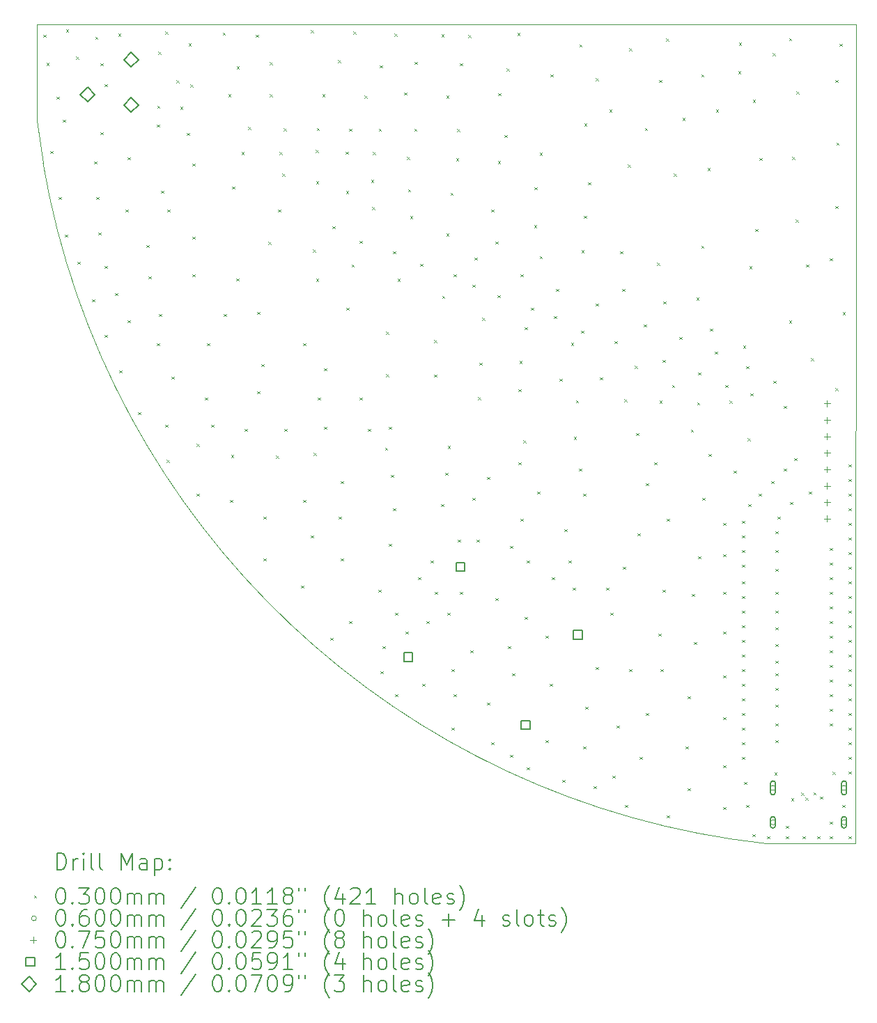
<source format=gbr>
%TF.GenerationSoftware,KiCad,Pcbnew,7.0.1*%
%TF.CreationDate,2023-10-11T18:56:45-05:00*%
%TF.ProjectId,Audio_Board,41756469-6f5f-4426-9f61-72642e6b6963,1*%
%TF.SameCoordinates,Original*%
%TF.FileFunction,Drillmap*%
%TF.FilePolarity,Positive*%
%FSLAX45Y45*%
G04 Gerber Fmt 4.5, Leading zero omitted, Abs format (unit mm)*
G04 Created by KiCad (PCBNEW 7.0.1) date 2023-10-11 18:56:45*
%MOMM*%
%LPD*%
G01*
G04 APERTURE LIST*
%ADD10C,0.100000*%
%ADD11C,0.200000*%
%ADD12C,0.030000*%
%ADD13C,0.060000*%
%ADD14C,0.075000*%
%ADD15C,0.150000*%
%ADD16C,0.180000*%
G04 APERTURE END LIST*
D10*
X16023205Y-2000000D02*
X25976795Y-2000000D01*
X25976795Y-2000000D02*
X25973395Y-11956800D01*
X24881195Y-11956800D02*
X24881195Y-11956800D01*
X16098351Y-3681596D02*
X16024437Y-3168973D01*
X16098351Y-3681595D02*
G75*
G03*
X24881195Y-11956800I9878414J1685987D01*
G01*
X16024437Y-3168973D02*
X16023205Y-2000000D01*
X25973395Y-11956800D02*
X24881195Y-11956800D01*
D11*
D12*
X16104273Y-2122660D02*
X16134273Y-2152660D01*
X16134273Y-2122660D02*
X16104273Y-2152660D01*
X16139833Y-2463020D02*
X16169833Y-2493020D01*
X16169833Y-2463020D02*
X16139833Y-2493020D01*
X16185553Y-3534900D02*
X16215553Y-3564900D01*
X16215553Y-3534900D02*
X16185553Y-3564900D01*
X16261753Y-2874500D02*
X16291753Y-2904500D01*
X16291753Y-2874500D02*
X16261753Y-2904500D01*
X16287153Y-4093700D02*
X16317153Y-4123700D01*
X16317153Y-4093700D02*
X16287153Y-4123700D01*
X16337953Y-3153900D02*
X16367953Y-3183900D01*
X16367953Y-3153900D02*
X16337953Y-3183900D01*
X16363353Y-4550900D02*
X16393353Y-4580900D01*
X16393353Y-4550900D02*
X16363353Y-4580900D01*
X16378593Y-2056620D02*
X16408593Y-2086620D01*
X16408593Y-2056620D02*
X16378593Y-2086620D01*
X16500513Y-2386820D02*
X16530513Y-2416820D01*
X16530513Y-2386820D02*
X16500513Y-2416820D01*
X16515753Y-4881100D02*
X16545753Y-4911100D01*
X16545753Y-4881100D02*
X16515753Y-4911100D01*
X16693553Y-5338300D02*
X16723553Y-5368300D01*
X16723553Y-5338300D02*
X16693553Y-5368300D01*
X16718953Y-3661900D02*
X16748953Y-3691900D01*
X16748953Y-3661900D02*
X16718953Y-3691900D01*
X16734193Y-2148060D02*
X16764193Y-2178060D01*
X16764193Y-2148060D02*
X16734193Y-2178060D01*
X16744353Y-4093700D02*
X16774353Y-4123700D01*
X16774353Y-4093700D02*
X16744353Y-4123700D01*
X16769753Y-4525500D02*
X16799754Y-4555500D01*
X16799754Y-4525500D02*
X16769753Y-4555500D01*
X16795154Y-2468100D02*
X16825154Y-2498100D01*
X16825154Y-2468100D02*
X16795154Y-2498100D01*
X16795154Y-3306300D02*
X16825154Y-3336300D01*
X16825154Y-3306300D02*
X16795154Y-3336300D01*
X16845954Y-2722100D02*
X16875954Y-2752100D01*
X16875954Y-2722100D02*
X16845954Y-2752100D01*
X16845954Y-4931900D02*
X16875954Y-4961900D01*
X16875954Y-4931900D02*
X16845954Y-4961900D01*
X16845954Y-5770100D02*
X16875954Y-5800100D01*
X16875954Y-5770100D02*
X16845954Y-5800100D01*
X16972954Y-5262100D02*
X17002954Y-5292100D01*
X17002954Y-5262100D02*
X16972954Y-5292100D01*
X17013594Y-2107420D02*
X17043594Y-2137420D01*
X17043594Y-2107420D02*
X17013594Y-2137420D01*
X17023754Y-6201900D02*
X17053754Y-6231900D01*
X17053754Y-6201900D02*
X17023754Y-6231900D01*
X17099954Y-4246100D02*
X17129954Y-4276100D01*
X17129954Y-4246100D02*
X17099954Y-4276100D01*
X17125354Y-3611100D02*
X17155354Y-3641100D01*
X17155354Y-3611100D02*
X17125354Y-3641100D01*
X17125354Y-5592300D02*
X17155354Y-5622300D01*
X17155354Y-5592300D02*
X17125354Y-5622300D01*
X17252354Y-6709900D02*
X17282354Y-6739900D01*
X17282354Y-6709900D02*
X17252354Y-6739900D01*
X17353954Y-4677900D02*
X17383954Y-4707900D01*
X17383954Y-4677900D02*
X17353954Y-4707900D01*
X17379354Y-5058900D02*
X17409354Y-5088900D01*
X17409354Y-5058900D02*
X17379354Y-5088900D01*
X17480954Y-3214860D02*
X17510954Y-3244860D01*
X17510954Y-3214860D02*
X17480954Y-3244860D01*
X17480954Y-5871700D02*
X17510954Y-5901700D01*
X17510954Y-5871700D02*
X17480954Y-5901700D01*
X17486034Y-2986260D02*
X17516034Y-3016260D01*
X17516034Y-2986260D02*
X17486034Y-3016260D01*
X17501274Y-2330940D02*
X17531274Y-2360940D01*
X17531274Y-2330940D02*
X17501274Y-2360940D01*
X17506354Y-5516100D02*
X17536354Y-5546100D01*
X17536354Y-5516100D02*
X17506354Y-5546100D01*
X17531754Y-4017500D02*
X17561754Y-4047500D01*
X17561754Y-4017500D02*
X17531754Y-4047500D01*
X17582554Y-2082020D02*
X17612554Y-2112020D01*
X17612554Y-2082020D02*
X17582554Y-2112020D01*
X17582554Y-6862300D02*
X17612554Y-6892300D01*
X17612554Y-6862300D02*
X17582554Y-6892300D01*
X17602874Y-7289020D02*
X17632874Y-7319020D01*
X17632874Y-7289020D02*
X17602874Y-7319020D01*
X17607954Y-4246100D02*
X17637954Y-4276100D01*
X17637954Y-4246100D02*
X17607954Y-4276100D01*
X17658754Y-6278100D02*
X17688754Y-6308100D01*
X17688754Y-6278100D02*
X17658754Y-6308100D01*
X17719714Y-2676380D02*
X17749714Y-2706380D01*
X17749714Y-2676380D02*
X17719714Y-2706380D01*
X17765434Y-2996420D02*
X17795434Y-3026420D01*
X17795434Y-2996420D02*
X17765434Y-3026420D01*
X17846714Y-3316460D02*
X17876714Y-3346460D01*
X17876714Y-3316460D02*
X17846714Y-3346460D01*
X17867034Y-2229340D02*
X17897034Y-2259340D01*
X17897034Y-2229340D02*
X17867034Y-2259340D01*
X17887354Y-2727180D02*
X17917354Y-2757180D01*
X17917354Y-2727180D02*
X17887354Y-2757180D01*
X17912754Y-3687300D02*
X17942754Y-3717300D01*
X17942754Y-3687300D02*
X17912754Y-3717300D01*
X17912754Y-4576300D02*
X17942754Y-4606300D01*
X17942754Y-4576300D02*
X17912754Y-4606300D01*
X17912754Y-5033500D02*
X17942754Y-5063500D01*
X17942754Y-5033500D02*
X17912754Y-5063500D01*
X17963554Y-7095980D02*
X17993554Y-7125980D01*
X17993554Y-7095980D02*
X17963554Y-7125980D01*
X17963554Y-7700500D02*
X17993554Y-7730500D01*
X17993554Y-7700500D02*
X17963554Y-7730500D01*
X18065154Y-6532100D02*
X18095154Y-6562100D01*
X18095154Y-6532100D02*
X18065154Y-6562100D01*
X18090554Y-5871700D02*
X18120554Y-5901700D01*
X18120554Y-5871700D02*
X18090554Y-5901700D01*
X18141354Y-6862300D02*
X18171354Y-6892300D01*
X18171354Y-6862300D02*
X18141354Y-6892300D01*
X18283594Y-2097260D02*
X18313594Y-2127260D01*
X18313594Y-2097260D02*
X18283594Y-2127260D01*
X18293754Y-5516100D02*
X18323754Y-5546100D01*
X18323754Y-5516100D02*
X18293754Y-5546100D01*
X18349634Y-2844020D02*
X18379634Y-2874020D01*
X18379634Y-2844020D02*
X18349634Y-2874020D01*
X18369954Y-7776700D02*
X18399954Y-7806700D01*
X18399954Y-7776700D02*
X18369954Y-7806700D01*
X18385194Y-7233140D02*
X18415194Y-7263140D01*
X18415194Y-7233140D02*
X18385194Y-7263140D01*
X18395354Y-3966700D02*
X18425354Y-3996700D01*
X18425354Y-3966700D02*
X18395354Y-3996700D01*
X18446154Y-5084300D02*
X18476154Y-5114300D01*
X18476154Y-5084300D02*
X18446154Y-5114300D01*
X18451234Y-2508740D02*
X18481234Y-2538740D01*
X18481234Y-2508740D02*
X18451234Y-2538740D01*
X18512194Y-3550140D02*
X18542194Y-3580140D01*
X18542194Y-3550140D02*
X18512194Y-3580140D01*
X18547754Y-6913100D02*
X18577754Y-6943100D01*
X18577754Y-6913100D02*
X18547754Y-6943100D01*
X18593474Y-3245340D02*
X18623474Y-3275340D01*
X18623474Y-3245340D02*
X18593474Y-3275340D01*
X18684914Y-2122660D02*
X18714914Y-2152660D01*
X18714914Y-2122660D02*
X18684914Y-2152660D01*
X18700154Y-5490700D02*
X18730154Y-5520700D01*
X18730154Y-5490700D02*
X18700154Y-5520700D01*
X18700154Y-6455900D02*
X18730154Y-6485900D01*
X18730154Y-6455900D02*
X18700154Y-6485900D01*
X18750954Y-6125700D02*
X18780954Y-6155700D01*
X18780954Y-6125700D02*
X18750954Y-6155700D01*
X18776354Y-7979900D02*
X18806354Y-8009900D01*
X18806354Y-7979900D02*
X18776354Y-8009900D01*
X18776354Y-8487900D02*
X18806354Y-8517900D01*
X18806354Y-8487900D02*
X18776354Y-8517900D01*
X18837314Y-4642340D02*
X18867314Y-4672340D01*
X18867314Y-4642340D02*
X18837314Y-4672340D01*
X18852354Y-2456500D02*
X18882354Y-2486500D01*
X18882354Y-2456500D02*
X18852354Y-2486500D01*
X18852554Y-2844020D02*
X18882554Y-2874020D01*
X18882554Y-2844020D02*
X18852554Y-2874020D01*
X18928754Y-7238220D02*
X18958754Y-7268220D01*
X18958754Y-7238220D02*
X18928754Y-7268220D01*
X18954154Y-4246100D02*
X18984154Y-4276100D01*
X18984154Y-4246100D02*
X18954154Y-4276100D01*
X18974474Y-3550140D02*
X19004474Y-3580140D01*
X19004474Y-3550140D02*
X18974474Y-3580140D01*
X19004954Y-3809220D02*
X19034954Y-3839220D01*
X19034954Y-3809220D02*
X19004954Y-3839220D01*
X19025274Y-3260580D02*
X19055274Y-3290580D01*
X19055274Y-3260580D02*
X19025274Y-3290580D01*
X19030354Y-6913100D02*
X19060354Y-6943100D01*
X19060354Y-6913100D02*
X19030354Y-6943100D01*
X19233554Y-8818100D02*
X19263554Y-8848100D01*
X19263554Y-8818100D02*
X19233554Y-8848100D01*
X19258954Y-5871700D02*
X19288954Y-5901700D01*
X19288954Y-5871700D02*
X19258954Y-5901700D01*
X19258954Y-7776700D02*
X19288954Y-7806700D01*
X19288954Y-7776700D02*
X19258954Y-7806700D01*
X19352354Y-8208500D02*
X19382354Y-8238500D01*
X19382354Y-8208500D02*
X19352354Y-8238500D01*
X19355474Y-2066780D02*
X19385474Y-2096780D01*
X19385474Y-2066780D02*
X19355474Y-2096780D01*
X19380874Y-4733780D02*
X19410874Y-4763780D01*
X19410874Y-4733780D02*
X19380874Y-4763780D01*
X19385954Y-7207740D02*
X19415954Y-7237740D01*
X19415954Y-7207740D02*
X19385954Y-7237740D01*
X19411354Y-3524740D02*
X19441354Y-3554740D01*
X19441354Y-3524740D02*
X19411354Y-3554740D01*
X19416434Y-3905740D02*
X19446434Y-3935740D01*
X19446434Y-3905740D02*
X19416434Y-3935740D01*
X19416434Y-5089380D02*
X19446434Y-5119380D01*
X19446434Y-5089380D02*
X19416434Y-5119380D01*
X19426594Y-3255500D02*
X19456594Y-3285500D01*
X19456594Y-3255500D02*
X19426594Y-3285500D01*
X19436754Y-6532100D02*
X19466754Y-6562100D01*
X19466754Y-6532100D02*
X19436754Y-6562100D01*
X19492634Y-2844020D02*
X19522634Y-2874020D01*
X19522634Y-2844020D02*
X19492634Y-2874020D01*
X19512954Y-6176500D02*
X19542954Y-6206500D01*
X19542954Y-6176500D02*
X19512954Y-6206500D01*
X19512954Y-6887700D02*
X19542954Y-6917700D01*
X19542954Y-6887700D02*
X19512954Y-6917700D01*
X19589154Y-9453100D02*
X19619154Y-9483100D01*
X19619154Y-9453100D02*
X19589154Y-9483100D01*
X19614554Y-4449300D02*
X19644554Y-4479300D01*
X19644554Y-4449300D02*
X19614554Y-4479300D01*
X19685674Y-2432540D02*
X19715674Y-2462540D01*
X19715674Y-2432540D02*
X19685674Y-2462540D01*
X19690754Y-7979900D02*
X19720754Y-8009900D01*
X19720754Y-7979900D02*
X19690754Y-8009900D01*
X19716154Y-7548100D02*
X19746154Y-7578100D01*
X19746154Y-7548100D02*
X19716154Y-7578100D01*
X19716154Y-8487900D02*
X19746154Y-8517900D01*
X19746154Y-8487900D02*
X19716154Y-8517900D01*
X19777114Y-3545060D02*
X19807114Y-3575060D01*
X19807114Y-3545060D02*
X19777114Y-3575060D01*
X19782194Y-4022580D02*
X19812194Y-4052580D01*
X19812194Y-4022580D02*
X19782194Y-4052580D01*
X19787274Y-5439900D02*
X19817274Y-5469900D01*
X19817274Y-5439900D02*
X19787274Y-5469900D01*
X19817754Y-3265660D02*
X19847754Y-3295660D01*
X19847754Y-3265660D02*
X19817754Y-3295660D01*
X19817754Y-9249900D02*
X19847754Y-9279900D01*
X19847754Y-9249900D02*
X19817754Y-9279900D01*
X19848234Y-4916660D02*
X19878234Y-4946660D01*
X19878234Y-4916660D02*
X19848234Y-4946660D01*
X19868554Y-2082020D02*
X19898554Y-2112020D01*
X19898554Y-2082020D02*
X19868554Y-2112020D01*
X19944754Y-4627100D02*
X19974754Y-4657100D01*
X19974754Y-4627100D02*
X19944754Y-4657100D01*
X19944754Y-6532100D02*
X19974754Y-6562100D01*
X19974754Y-6532100D02*
X19944754Y-6562100D01*
X20005714Y-2864340D02*
X20035714Y-2894340D01*
X20035714Y-2864340D02*
X20005714Y-2894340D01*
X20046354Y-6913100D02*
X20076354Y-6943100D01*
X20076354Y-6913100D02*
X20046354Y-6943100D01*
X20086994Y-3885420D02*
X20116994Y-3915420D01*
X20116994Y-3885420D02*
X20086994Y-3915420D01*
X20097154Y-4215620D02*
X20127154Y-4245620D01*
X20127154Y-4215620D02*
X20097154Y-4245620D01*
X20107314Y-3550140D02*
X20137314Y-3580140D01*
X20137314Y-3550140D02*
X20107314Y-3580140D01*
X20173354Y-8868900D02*
X20203354Y-8898900D01*
X20203354Y-8868900D02*
X20173354Y-8898900D01*
X20178434Y-3265660D02*
X20208434Y-3295660D01*
X20208434Y-3265660D02*
X20178434Y-3295660D01*
X20193674Y-2493500D02*
X20223674Y-2523500D01*
X20223674Y-2493500D02*
X20193674Y-2523500D01*
X20198754Y-9859500D02*
X20228754Y-9889500D01*
X20228754Y-9859500D02*
X20198754Y-9889500D01*
X20224154Y-9554700D02*
X20254154Y-9584700D01*
X20254154Y-9554700D02*
X20224154Y-9584700D01*
X20254634Y-7141700D02*
X20284634Y-7171700D01*
X20284634Y-7141700D02*
X20254634Y-7171700D01*
X20269874Y-5734540D02*
X20299874Y-5764540D01*
X20299874Y-5734540D02*
X20269874Y-5764540D01*
X20269874Y-6247620D02*
X20299874Y-6277620D01*
X20299874Y-6247620D02*
X20269874Y-6277620D01*
X20300354Y-6887700D02*
X20330354Y-6917700D01*
X20330354Y-6887700D02*
X20300354Y-6917700D01*
X20300354Y-8310100D02*
X20330354Y-8340100D01*
X20330354Y-8310100D02*
X20300354Y-8340100D01*
X20325754Y-7471900D02*
X20355754Y-7501900D01*
X20355754Y-7471900D02*
X20325754Y-7501900D01*
X20351154Y-4754100D02*
X20381154Y-4784100D01*
X20381154Y-4754100D02*
X20351154Y-4784100D01*
X20351154Y-7878300D02*
X20381154Y-7908300D01*
X20381154Y-7878300D02*
X20351154Y-7908300D01*
X20371474Y-2107420D02*
X20401474Y-2137420D01*
X20401474Y-2107420D02*
X20371474Y-2137420D01*
X20376554Y-9148300D02*
X20406554Y-9178300D01*
X20406554Y-9148300D02*
X20376554Y-9178300D01*
X20376554Y-10138900D02*
X20406554Y-10168900D01*
X20406554Y-10138900D02*
X20376554Y-10168900D01*
X20407034Y-5089380D02*
X20437034Y-5119380D01*
X20437034Y-5089380D02*
X20407034Y-5119380D01*
X20488314Y-2823700D02*
X20518314Y-2853700D01*
X20518314Y-2823700D02*
X20488314Y-2853700D01*
X20503554Y-9376900D02*
X20533554Y-9406900D01*
X20533554Y-9376900D02*
X20503554Y-9406900D01*
X20523874Y-3606020D02*
X20553874Y-3636020D01*
X20553874Y-3606020D02*
X20523874Y-3636020D01*
X20534034Y-4002260D02*
X20564034Y-4032260D01*
X20564034Y-4002260D02*
X20534034Y-4032260D01*
X20559434Y-4327380D02*
X20589434Y-4357380D01*
X20589434Y-4327380D02*
X20559434Y-4357380D01*
X20610234Y-3265660D02*
X20640234Y-3295660D01*
X20640234Y-3265660D02*
X20610234Y-3295660D01*
X20615314Y-2452860D02*
X20645314Y-2482860D01*
X20645314Y-2452860D02*
X20615314Y-2482860D01*
X20655954Y-8716500D02*
X20685954Y-8746500D01*
X20685954Y-8716500D02*
X20655954Y-8746500D01*
X20681354Y-4906500D02*
X20711354Y-4936500D01*
X20711354Y-4906500D02*
X20681354Y-4936500D01*
X20706754Y-10011900D02*
X20736754Y-10041900D01*
X20736754Y-10011900D02*
X20706754Y-10041900D01*
X20757554Y-9249900D02*
X20787554Y-9279900D01*
X20787554Y-9249900D02*
X20757554Y-9279900D01*
X20808354Y-8513300D02*
X20838354Y-8543300D01*
X20838354Y-8513300D02*
X20808354Y-8543300D01*
X20854074Y-5836140D02*
X20884074Y-5866140D01*
X20884074Y-5836140D02*
X20854074Y-5866140D01*
X20854074Y-6252700D02*
X20884074Y-6282700D01*
X20884074Y-6252700D02*
X20854074Y-6282700D01*
X20859154Y-8894300D02*
X20889154Y-8924300D01*
X20889154Y-8894300D02*
X20859154Y-8924300D01*
X20935354Y-7827500D02*
X20965354Y-7857500D01*
X20965354Y-7827500D02*
X20935354Y-7857500D01*
X20940434Y-2117580D02*
X20970434Y-2147580D01*
X20970434Y-2117580D02*
X20940434Y-2147580D01*
X20950594Y-5297660D02*
X20980594Y-5327660D01*
X20980594Y-5297660D02*
X20950594Y-5327660D01*
X20986154Y-7446500D02*
X21016154Y-7476500D01*
X21016154Y-7446500D02*
X20986154Y-7476500D01*
X21001394Y-2864340D02*
X21031394Y-2894340D01*
X21031394Y-2864340D02*
X21001394Y-2894340D01*
X21001394Y-4540740D02*
X21031394Y-4570740D01*
X21031394Y-4540740D02*
X21001394Y-4570740D01*
X21011554Y-9148300D02*
X21041554Y-9178300D01*
X21041554Y-9148300D02*
X21011554Y-9178300D01*
X21016634Y-7121380D02*
X21046634Y-7151380D01*
X21046634Y-7121380D02*
X21016634Y-7151380D01*
X21052194Y-4042900D02*
X21082194Y-4072900D01*
X21082194Y-4042900D02*
X21052194Y-4072900D01*
X21062354Y-9834100D02*
X21092354Y-9864100D01*
X21092354Y-9834100D02*
X21062354Y-9864100D01*
X21062354Y-10545300D02*
X21092354Y-10575300D01*
X21092354Y-10545300D02*
X21062354Y-10575300D01*
X21087754Y-5033500D02*
X21117754Y-5063500D01*
X21117754Y-5033500D02*
X21087754Y-5063500D01*
X21087754Y-10138900D02*
X21117754Y-10168900D01*
X21117754Y-10138900D02*
X21087754Y-10168900D01*
X21118234Y-3626340D02*
X21148234Y-3656340D01*
X21148234Y-3626340D02*
X21118234Y-3656340D01*
X21133474Y-3270740D02*
X21163474Y-3300740D01*
X21163474Y-3270740D02*
X21133474Y-3300740D01*
X21138554Y-8259300D02*
X21168554Y-8289300D01*
X21168554Y-8259300D02*
X21138554Y-8289300D01*
X21163954Y-2468100D02*
X21193954Y-2498100D01*
X21193954Y-2468100D02*
X21163954Y-2498100D01*
X21163954Y-8894300D02*
X21193954Y-8924300D01*
X21193954Y-8894300D02*
X21163954Y-8924300D01*
X21265554Y-2127740D02*
X21295554Y-2157740D01*
X21295554Y-2127740D02*
X21265554Y-2157740D01*
X21290954Y-9605500D02*
X21320954Y-9635500D01*
X21320954Y-9605500D02*
X21290954Y-9635500D01*
X21316354Y-5160500D02*
X21346354Y-5190500D01*
X21346354Y-5160500D02*
X21316354Y-5190500D01*
X21316354Y-7751300D02*
X21346354Y-7781300D01*
X21346354Y-7751300D02*
X21316354Y-7781300D01*
X21341754Y-4830300D02*
X21371754Y-4860300D01*
X21371754Y-4830300D02*
X21341754Y-4860300D01*
X21367154Y-8259300D02*
X21397154Y-8289300D01*
X21397154Y-8259300D02*
X21367154Y-8289300D01*
X21387474Y-6527020D02*
X21417474Y-6557020D01*
X21417474Y-6527020D02*
X21387474Y-6557020D01*
X21402714Y-6110460D02*
X21432714Y-6140460D01*
X21432714Y-6110460D02*
X21402714Y-6140460D01*
X21438274Y-5561820D02*
X21468274Y-5591820D01*
X21468274Y-5561820D02*
X21438274Y-5591820D01*
X21494154Y-7497300D02*
X21524154Y-7527300D01*
X21524154Y-7497300D02*
X21494154Y-7527300D01*
X21494154Y-10240500D02*
X21524154Y-10270500D01*
X21524154Y-10240500D02*
X21494154Y-10270500D01*
X21544954Y-4246100D02*
X21574954Y-4276100D01*
X21574954Y-4246100D02*
X21544954Y-4276100D01*
X21544954Y-10723100D02*
X21574954Y-10753100D01*
X21574954Y-10723100D02*
X21544954Y-10753100D01*
X21595754Y-4637260D02*
X21625754Y-4667260D01*
X21625754Y-4637260D02*
X21595754Y-4667260D01*
X21595754Y-8970500D02*
X21625754Y-9000500D01*
X21625754Y-8970500D02*
X21595754Y-9000500D01*
X21621154Y-5287500D02*
X21651154Y-5317500D01*
X21651154Y-5287500D02*
X21621154Y-5317500D01*
X21626234Y-3656820D02*
X21656234Y-3686820D01*
X21656234Y-3656820D02*
X21626234Y-3686820D01*
X21631314Y-2833860D02*
X21661314Y-2863860D01*
X21661314Y-2833860D02*
X21631314Y-2863860D01*
X21707514Y-3341860D02*
X21737514Y-3371860D01*
X21737514Y-3341860D02*
X21707514Y-3371860D01*
X21732914Y-2534140D02*
X21762914Y-2564140D01*
X21762914Y-2534140D02*
X21732914Y-2564140D01*
X21748154Y-9554700D02*
X21778154Y-9584700D01*
X21778154Y-9554700D02*
X21748154Y-9584700D01*
X21773554Y-8335500D02*
X21803554Y-8365500D01*
X21803554Y-8335500D02*
X21773554Y-8365500D01*
X21773554Y-10875500D02*
X21803554Y-10905500D01*
X21803554Y-10875500D02*
X21773554Y-10905500D01*
X21798954Y-9884900D02*
X21828954Y-9914900D01*
X21828954Y-9884900D02*
X21798954Y-9914900D01*
X21864994Y-2102340D02*
X21894994Y-2132340D01*
X21894994Y-2102340D02*
X21864994Y-2132340D01*
X21875154Y-6430500D02*
X21905154Y-6460500D01*
X21905154Y-6430500D02*
X21875154Y-6460500D01*
X21875154Y-7319500D02*
X21905154Y-7349500D01*
X21905154Y-7319500D02*
X21875154Y-7349500D01*
X21890394Y-6090140D02*
X21920394Y-6120140D01*
X21920394Y-6090140D02*
X21890394Y-6120140D01*
X21900554Y-5033500D02*
X21930554Y-5063500D01*
X21930554Y-5033500D02*
X21900554Y-5063500D01*
X21900554Y-8005300D02*
X21930554Y-8035300D01*
X21930554Y-8005300D02*
X21900554Y-8035300D01*
X21936114Y-7055340D02*
X21966114Y-7085340D01*
X21966114Y-7055340D02*
X21936114Y-7085340D01*
X21951354Y-5678660D02*
X21981354Y-5708660D01*
X21981354Y-5678660D02*
X21951354Y-5708660D01*
X21951354Y-9199100D02*
X21981354Y-9229100D01*
X21981354Y-9199100D02*
X21951354Y-9229100D01*
X21976754Y-8513300D02*
X22006754Y-8543300D01*
X22006754Y-8513300D02*
X21976754Y-8543300D01*
X21976754Y-11027900D02*
X22006754Y-11057900D01*
X22006754Y-11027900D02*
X21976754Y-11057900D01*
X22027554Y-5439900D02*
X22057554Y-5469900D01*
X22057554Y-5439900D02*
X22027554Y-5469900D01*
X22068194Y-4439140D02*
X22098194Y-4469140D01*
X22098194Y-4439140D02*
X22068194Y-4469140D01*
X22073274Y-3976860D02*
X22103274Y-4006860D01*
X22103274Y-3976860D02*
X22073274Y-4006860D01*
X22103754Y-7675100D02*
X22133754Y-7705100D01*
X22133754Y-7675100D02*
X22103754Y-7705100D01*
X22134234Y-3555220D02*
X22164234Y-3585220D01*
X22164234Y-3555220D02*
X22134234Y-3585220D01*
X22134234Y-4815060D02*
X22164234Y-4845060D01*
X22164234Y-4815060D02*
X22134234Y-4845060D01*
X22205354Y-9427700D02*
X22235354Y-9457700D01*
X22235354Y-9427700D02*
X22205354Y-9457700D01*
X22205354Y-10697700D02*
X22235354Y-10727700D01*
X22235354Y-10697700D02*
X22205354Y-10727700D01*
X22256154Y-10011900D02*
X22286154Y-10041900D01*
X22286154Y-10011900D02*
X22256154Y-10041900D01*
X22266314Y-2605260D02*
X22296314Y-2635260D01*
X22296314Y-2605260D02*
X22266314Y-2635260D01*
X22281554Y-8716500D02*
X22311554Y-8746500D01*
X22311554Y-8716500D02*
X22281554Y-8746500D01*
X22306954Y-5541500D02*
X22336954Y-5571500D01*
X22336954Y-5541500D02*
X22306954Y-5571500D01*
X22332354Y-5211300D02*
X22362354Y-5241300D01*
X22362354Y-5211300D02*
X22332354Y-5241300D01*
X22378073Y-6303500D02*
X22408073Y-6333500D01*
X22408073Y-6303500D02*
X22378073Y-6333500D01*
X22408553Y-11180300D02*
X22438553Y-11210300D01*
X22438553Y-11180300D02*
X22408553Y-11210300D01*
X22433953Y-8132300D02*
X22463953Y-8162300D01*
X22463953Y-8132300D02*
X22433953Y-8162300D01*
X22484753Y-8513300D02*
X22514753Y-8543300D01*
X22514753Y-8513300D02*
X22484753Y-8543300D01*
X22515233Y-5866620D02*
X22545233Y-5896620D01*
X22545233Y-5866620D02*
X22515233Y-5896620D01*
X22535553Y-8843500D02*
X22565553Y-8873500D01*
X22565553Y-8843500D02*
X22535553Y-8873500D01*
X22550793Y-7011500D02*
X22580793Y-7041500D01*
X22580793Y-7011500D02*
X22550793Y-7041500D01*
X22576193Y-6567660D02*
X22606193Y-6597660D01*
X22606193Y-6567660D02*
X22576193Y-6597660D01*
X22611753Y-7395700D02*
X22641753Y-7425700D01*
X22641753Y-7395700D02*
X22611753Y-7425700D01*
X22616833Y-2239500D02*
X22646833Y-2269500D01*
X22646833Y-2239500D02*
X22616833Y-2269500D01*
X22637153Y-5719300D02*
X22667153Y-5749300D01*
X22667153Y-5719300D02*
X22637153Y-5749300D01*
X22642233Y-4743940D02*
X22672233Y-4773940D01*
X22672233Y-4743940D02*
X22642233Y-4773940D01*
X22662553Y-7700500D02*
X22692553Y-7730500D01*
X22692553Y-7700500D02*
X22662553Y-7730500D01*
X22662553Y-10773900D02*
X22692553Y-10803900D01*
X22692553Y-10773900D02*
X22662553Y-10803900D01*
X22672713Y-4322300D02*
X22702713Y-4352300D01*
X22702713Y-4322300D02*
X22672713Y-4352300D01*
X22677793Y-3199620D02*
X22707793Y-3229620D01*
X22707793Y-3199620D02*
X22677793Y-3229620D01*
X22687953Y-10291300D02*
X22717953Y-10321300D01*
X22717953Y-10291300D02*
X22687953Y-10321300D01*
X22723513Y-3915900D02*
X22753513Y-3945900D01*
X22753513Y-3915900D02*
X22723513Y-3945900D01*
X22789553Y-11256500D02*
X22819553Y-11286500D01*
X22819553Y-11256500D02*
X22789553Y-11286500D01*
X22814953Y-2650980D02*
X22844953Y-2680980D01*
X22844953Y-2650980D02*
X22814953Y-2680980D01*
X22814953Y-5389100D02*
X22844953Y-5419100D01*
X22844953Y-5389100D02*
X22814953Y-5419100D01*
X22814953Y-9808700D02*
X22844953Y-9838700D01*
X22844953Y-9808700D02*
X22814953Y-9838700D01*
X22865753Y-6288260D02*
X22895753Y-6318260D01*
X22895753Y-6288260D02*
X22865753Y-6318260D01*
X22941953Y-8843500D02*
X22971953Y-8873500D01*
X22971953Y-8843500D02*
X22941953Y-8873500D01*
X22982593Y-3031980D02*
X23012593Y-3061980D01*
X23012593Y-3031980D02*
X22982593Y-3061980D01*
X22992753Y-9148300D02*
X23022753Y-9178300D01*
X23022753Y-9148300D02*
X22992753Y-9178300D01*
X23018153Y-11129500D02*
X23048153Y-11159500D01*
X23048153Y-11129500D02*
X23018153Y-11159500D01*
X23043553Y-5846300D02*
X23073553Y-5876300D01*
X23073553Y-5846300D02*
X23043553Y-5876300D01*
X23068953Y-10519900D02*
X23098953Y-10549900D01*
X23098953Y-10519900D02*
X23068953Y-10549900D01*
X23114673Y-4754100D02*
X23144673Y-4784100D01*
X23144673Y-4754100D02*
X23114673Y-4784100D01*
X23140073Y-5211300D02*
X23170073Y-5241300D01*
X23170073Y-5211300D02*
X23140073Y-5241300D01*
X23145153Y-8589500D02*
X23175153Y-8619500D01*
X23175153Y-8589500D02*
X23145153Y-8619500D01*
X23165473Y-6552420D02*
X23195473Y-6582420D01*
X23195473Y-6552420D02*
X23165473Y-6582420D01*
X23170553Y-11485100D02*
X23200553Y-11515100D01*
X23200553Y-11485100D02*
X23170553Y-11515100D01*
X23206113Y-3702540D02*
X23236113Y-3732540D01*
X23236113Y-3702540D02*
X23206113Y-3732540D01*
X23221353Y-2285220D02*
X23251353Y-2315220D01*
X23251353Y-2285220D02*
X23221353Y-2315220D01*
X23221353Y-9834100D02*
X23251353Y-9864100D01*
X23251353Y-9834100D02*
X23221353Y-9864100D01*
X23292473Y-6146020D02*
X23322473Y-6176020D01*
X23322473Y-6146020D02*
X23292473Y-6176020D01*
X23307713Y-6963900D02*
X23337713Y-6993900D01*
X23337713Y-6963900D02*
X23307713Y-6993900D01*
X23322953Y-8183100D02*
X23352953Y-8213100D01*
X23352953Y-8183100D02*
X23322953Y-8213100D01*
X23348353Y-10900900D02*
X23378353Y-10930900D01*
X23378353Y-10900900D02*
X23348353Y-10930900D01*
X23399153Y-5643100D02*
X23429153Y-5673100D01*
X23429153Y-5643100D02*
X23399153Y-5673100D01*
X23414393Y-3255500D02*
X23444393Y-3285500D01*
X23444393Y-3255500D02*
X23414393Y-3285500D01*
X23424553Y-7573500D02*
X23454553Y-7603500D01*
X23454553Y-7573500D02*
X23424553Y-7603500D01*
X23424553Y-10367500D02*
X23454553Y-10397500D01*
X23454553Y-10367500D02*
X23424553Y-10397500D01*
X23526153Y-7319500D02*
X23556153Y-7349500D01*
X23556153Y-7319500D02*
X23526153Y-7349500D01*
X23561713Y-4896340D02*
X23591713Y-4926340D01*
X23591713Y-4896340D02*
X23561713Y-4926340D01*
X23576953Y-9402300D02*
X23606953Y-9432300D01*
X23606953Y-9402300D02*
X23576953Y-9432300D01*
X23587113Y-2671300D02*
X23617113Y-2701300D01*
X23617113Y-2671300D02*
X23587113Y-2701300D01*
X23592193Y-6572740D02*
X23622193Y-6602740D01*
X23622193Y-6572740D02*
X23592193Y-6602740D01*
X23602353Y-9834100D02*
X23632353Y-9864100D01*
X23632353Y-9834100D02*
X23602353Y-9864100D01*
X23627753Y-6074900D02*
X23657753Y-6104900D01*
X23657753Y-6074900D02*
X23627753Y-6104900D01*
X23627753Y-8868900D02*
X23657753Y-8898900D01*
X23657753Y-8868900D02*
X23627753Y-8898900D01*
X23637913Y-5363700D02*
X23667913Y-5393700D01*
X23667913Y-5363700D02*
X23637913Y-5393700D01*
X23673473Y-2168380D02*
X23703473Y-2198380D01*
X23703473Y-2168380D02*
X23673473Y-2198380D01*
X23678553Y-8005300D02*
X23708553Y-8035300D01*
X23708553Y-8005300D02*
X23678553Y-8035300D01*
X23678553Y-11612100D02*
X23708553Y-11642100D01*
X23708553Y-11612100D02*
X23678553Y-11642100D01*
X23744593Y-6379700D02*
X23774593Y-6409700D01*
X23774593Y-6379700D02*
X23744593Y-6409700D01*
X23764913Y-3809220D02*
X23794913Y-3839220D01*
X23794913Y-3809220D02*
X23764913Y-3839220D01*
X23830953Y-5795500D02*
X23860953Y-5825500D01*
X23860953Y-5795500D02*
X23830953Y-5825500D01*
X23871593Y-3133580D02*
X23901593Y-3163580D01*
X23901593Y-3133580D02*
X23871593Y-3163580D01*
X23907153Y-10773900D02*
X23937153Y-10803900D01*
X23937153Y-10773900D02*
X23907153Y-10803900D01*
X23932553Y-10164300D02*
X23962553Y-10194300D01*
X23962553Y-10164300D02*
X23932553Y-10194300D01*
X23932553Y-11281900D02*
X23962553Y-11311900D01*
X23962553Y-11281900D02*
X23932553Y-11311900D01*
X23973193Y-6923260D02*
X24003193Y-6953260D01*
X24003193Y-6923260D02*
X23973193Y-6953260D01*
X23983353Y-8919700D02*
X24013353Y-8949700D01*
X24013353Y-8919700D02*
X23983353Y-8949700D01*
X24008753Y-9503900D02*
X24038753Y-9533900D01*
X24038753Y-9503900D02*
X24008753Y-9533900D01*
X24039233Y-5317980D02*
X24069233Y-5347980D01*
X24069233Y-5317980D02*
X24039233Y-5347980D01*
X24049393Y-6593060D02*
X24079393Y-6623060D01*
X24079393Y-6593060D02*
X24049393Y-6623060D01*
X24059553Y-6227300D02*
X24089553Y-6257300D01*
X24089553Y-6227300D02*
X24059553Y-6257300D01*
X24059553Y-8462500D02*
X24089553Y-8492500D01*
X24089553Y-8462500D02*
X24059553Y-8492500D01*
X24100193Y-2605260D02*
X24130193Y-2635260D01*
X24130193Y-2605260D02*
X24100193Y-2635260D01*
X24100193Y-4688060D02*
X24130193Y-4718060D01*
X24130193Y-4688060D02*
X24100193Y-4718060D01*
X24110353Y-7751300D02*
X24140353Y-7781300D01*
X24140353Y-7751300D02*
X24110353Y-7781300D01*
X24176393Y-3743180D02*
X24206393Y-3773180D01*
X24206393Y-3743180D02*
X24176393Y-3773180D01*
X24186553Y-7217900D02*
X24216553Y-7247900D01*
X24216553Y-7217900D02*
X24186553Y-7247900D01*
X24206873Y-5693900D02*
X24236873Y-5723900D01*
X24236873Y-5693900D02*
X24206873Y-5723900D01*
X24262753Y-5973300D02*
X24292753Y-6003300D01*
X24292753Y-5973300D02*
X24262753Y-6003300D01*
X24277993Y-3031980D02*
X24307993Y-3061980D01*
X24307993Y-3031980D02*
X24277993Y-3061980D01*
X24364353Y-8056100D02*
X24394353Y-8086100D01*
X24394353Y-8056100D02*
X24364353Y-8086100D01*
X24364353Y-8437100D02*
X24394353Y-8467100D01*
X24394353Y-8437100D02*
X24364353Y-8467100D01*
X24364353Y-8894300D02*
X24394353Y-8924300D01*
X24394353Y-8894300D02*
X24364353Y-8924300D01*
X24364353Y-9376900D02*
X24394353Y-9406900D01*
X24394353Y-9376900D02*
X24364353Y-9406900D01*
X24364353Y-9910300D02*
X24394353Y-9940300D01*
X24394353Y-9910300D02*
X24364353Y-9940300D01*
X24364353Y-10418300D02*
X24394353Y-10448300D01*
X24394353Y-10418300D02*
X24364353Y-10448300D01*
X24364353Y-11002500D02*
X24394353Y-11032500D01*
X24394353Y-11002500D02*
X24364353Y-11032500D01*
X24364353Y-11510500D02*
X24394353Y-11540500D01*
X24394353Y-11510500D02*
X24364353Y-11540500D01*
X24389753Y-6379700D02*
X24419753Y-6409700D01*
X24419753Y-6379700D02*
X24389753Y-6409700D01*
X24440553Y-6572740D02*
X24470553Y-6602740D01*
X24470553Y-6572740D02*
X24440553Y-6602740D01*
X24491353Y-7421100D02*
X24521353Y-7451100D01*
X24521353Y-7421100D02*
X24491353Y-7451100D01*
X24547233Y-2564620D02*
X24577233Y-2594620D01*
X24577233Y-2564620D02*
X24547233Y-2594620D01*
X24557393Y-2219180D02*
X24587393Y-2249180D01*
X24587393Y-2219180D02*
X24557393Y-2249180D01*
X24592953Y-8030700D02*
X24622953Y-8060700D01*
X24622953Y-8030700D02*
X24592953Y-8060700D01*
X24592953Y-8208500D02*
X24622953Y-8238500D01*
X24622953Y-8208500D02*
X24592953Y-8238500D01*
X24592953Y-8386300D02*
X24622953Y-8416300D01*
X24622953Y-8386300D02*
X24592953Y-8416300D01*
X24592953Y-8564100D02*
X24622953Y-8594100D01*
X24622953Y-8564100D02*
X24592953Y-8594100D01*
X24592953Y-8767300D02*
X24622953Y-8797300D01*
X24622953Y-8767300D02*
X24592953Y-8797300D01*
X24592953Y-8945100D02*
X24622953Y-8975100D01*
X24622953Y-8945100D02*
X24592953Y-8975100D01*
X24592953Y-9122900D02*
X24622953Y-9152900D01*
X24622953Y-9122900D02*
X24592953Y-9152900D01*
X24592953Y-9300700D02*
X24622953Y-9330700D01*
X24622953Y-9300700D02*
X24592953Y-9330700D01*
X24592953Y-9478500D02*
X24622953Y-9508500D01*
X24622953Y-9478500D02*
X24592953Y-9508500D01*
X24592953Y-9656300D02*
X24622953Y-9686300D01*
X24622953Y-9656300D02*
X24592953Y-9686300D01*
X24592953Y-9834100D02*
X24622953Y-9864100D01*
X24622953Y-9834100D02*
X24592953Y-9864100D01*
X24592953Y-10011900D02*
X24622953Y-10041900D01*
X24622953Y-10011900D02*
X24592953Y-10041900D01*
X24592953Y-10189700D02*
X24622953Y-10219700D01*
X24622953Y-10189700D02*
X24592953Y-10219700D01*
X24592953Y-10367500D02*
X24622953Y-10397500D01*
X24622953Y-10367500D02*
X24592953Y-10397500D01*
X24592953Y-10545300D02*
X24622953Y-10575300D01*
X24622953Y-10545300D02*
X24592953Y-10575300D01*
X24592953Y-10723100D02*
X24622953Y-10753100D01*
X24622953Y-10723100D02*
X24592953Y-10753100D01*
X24592953Y-10900900D02*
X24622953Y-10930900D01*
X24622953Y-10900900D02*
X24592953Y-10930900D01*
X24608193Y-5902180D02*
X24638193Y-5932180D01*
X24638193Y-5902180D02*
X24608193Y-5932180D01*
X24618353Y-11205700D02*
X24648353Y-11235700D01*
X24648353Y-11205700D02*
X24618353Y-11235700D01*
X24643753Y-6151100D02*
X24673753Y-6181100D01*
X24673753Y-6151100D02*
X24643753Y-6181100D01*
X24643753Y-11485100D02*
X24673753Y-11515100D01*
X24673753Y-11485100D02*
X24643753Y-11515100D01*
X24664073Y-7029940D02*
X24694073Y-7059940D01*
X24694073Y-7029940D02*
X24664073Y-7059940D01*
X24669153Y-7827500D02*
X24699153Y-7857500D01*
X24699153Y-7827500D02*
X24669153Y-7857500D01*
X24684393Y-4936980D02*
X24714393Y-4966980D01*
X24714393Y-4936980D02*
X24684393Y-4966980D01*
X24694553Y-6481300D02*
X24724553Y-6511300D01*
X24724553Y-6481300D02*
X24694553Y-6511300D01*
X24719953Y-11840700D02*
X24749953Y-11870700D01*
X24749953Y-11840700D02*
X24719953Y-11870700D01*
X24725033Y-2915140D02*
X24755033Y-2945140D01*
X24755033Y-2915140D02*
X24725033Y-2945140D01*
X24755513Y-4484860D02*
X24785513Y-4514860D01*
X24785513Y-4484860D02*
X24755513Y-4514860D01*
X24796153Y-7700500D02*
X24826153Y-7730500D01*
X24826153Y-7700500D02*
X24796153Y-7730500D01*
X24806313Y-3621260D02*
X24836313Y-3651260D01*
X24836313Y-3621260D02*
X24806313Y-3651260D01*
X24897753Y-11866100D02*
X24927753Y-11896100D01*
X24927753Y-11866100D02*
X24897753Y-11896100D01*
X24948553Y-7548100D02*
X24978553Y-7578100D01*
X24978553Y-7548100D02*
X24948553Y-7578100D01*
X24968873Y-2346180D02*
X24998873Y-2376180D01*
X24998873Y-2346180D02*
X24968873Y-2376180D01*
X24973953Y-6328900D02*
X25003953Y-6358900D01*
X25003953Y-6328900D02*
X24973953Y-6358900D01*
X24989193Y-11093940D02*
X25019193Y-11123940D01*
X25019193Y-11093940D02*
X24989193Y-11123940D01*
X24999353Y-8157700D02*
X25029353Y-8187700D01*
X25029353Y-8157700D02*
X24999353Y-8187700D01*
X24999353Y-8386300D02*
X25029353Y-8416300D01*
X25029353Y-8386300D02*
X24999353Y-8416300D01*
X24999353Y-8614900D02*
X25029353Y-8644900D01*
X25029353Y-8614900D02*
X24999353Y-8644900D01*
X24999353Y-8894300D02*
X25029353Y-8924300D01*
X25029353Y-8894300D02*
X24999353Y-8924300D01*
X24999353Y-9122900D02*
X25029353Y-9152900D01*
X25029353Y-9122900D02*
X24999353Y-9152900D01*
X24999353Y-9326100D02*
X25029353Y-9356100D01*
X25029353Y-9326100D02*
X24999353Y-9356100D01*
X24999353Y-9529300D02*
X25029353Y-9559300D01*
X25029353Y-9529300D02*
X24999353Y-9559300D01*
X24999353Y-9732500D02*
X25029353Y-9762500D01*
X25029353Y-9732500D02*
X24999353Y-9762500D01*
X24999353Y-9884900D02*
X25029353Y-9914900D01*
X25029353Y-9884900D02*
X24999353Y-9914900D01*
X24999353Y-10062700D02*
X25029353Y-10092700D01*
X25029353Y-10062700D02*
X24999353Y-10092700D01*
X24999353Y-10265900D02*
X25029353Y-10295900D01*
X25029353Y-10265900D02*
X24999353Y-10295900D01*
X24999353Y-10494500D02*
X25029353Y-10524500D01*
X25029353Y-10494500D02*
X24999353Y-10524500D01*
X24999353Y-10697700D02*
X25029353Y-10727700D01*
X25029353Y-10697700D02*
X24999353Y-10727700D01*
X25024753Y-7979900D02*
X25054753Y-8009900D01*
X25054753Y-7979900D02*
X25024753Y-8009900D01*
X25100953Y-6633700D02*
X25130953Y-6663700D01*
X25130953Y-6633700D02*
X25100953Y-6663700D01*
X25100953Y-7395700D02*
X25130953Y-7425700D01*
X25130953Y-7395700D02*
X25100953Y-7425700D01*
X25126353Y-11739100D02*
X25156353Y-11769100D01*
X25156353Y-11739100D02*
X25126353Y-11769100D01*
X25126353Y-11866100D02*
X25156353Y-11896100D01*
X25156353Y-11866100D02*
X25126353Y-11896100D01*
X25166993Y-2163300D02*
X25196993Y-2193300D01*
X25196993Y-2163300D02*
X25166993Y-2193300D01*
X25166993Y-5597380D02*
X25196993Y-5627380D01*
X25196993Y-5597380D02*
X25166993Y-5627380D01*
X25177153Y-7802100D02*
X25207153Y-7832100D01*
X25207153Y-7802100D02*
X25177153Y-7832100D01*
X25189853Y-11406360D02*
X25219853Y-11436360D01*
X25219853Y-11406360D02*
X25189853Y-11436360D01*
X25202553Y-3606020D02*
X25232553Y-3636020D01*
X25232553Y-3606020D02*
X25202553Y-3636020D01*
X25227953Y-7268700D02*
X25257953Y-7298700D01*
X25257953Y-7268700D02*
X25227953Y-7298700D01*
X25248273Y-4368020D02*
X25278273Y-4398020D01*
X25278273Y-4368020D02*
X25248273Y-4398020D01*
X25253353Y-2813540D02*
X25283353Y-2843540D01*
X25283353Y-2813540D02*
X25253353Y-2843540D01*
X25311773Y-11337780D02*
X25341773Y-11367780D01*
X25341773Y-11337780D02*
X25311773Y-11367780D01*
X25329553Y-11866100D02*
X25359553Y-11896100D01*
X25359553Y-11866100D02*
X25329553Y-11896100D01*
X25365113Y-11398740D02*
X25395113Y-11428740D01*
X25395113Y-11398740D02*
X25365113Y-11428740D01*
X25375273Y-4916660D02*
X25405273Y-4946660D01*
X25405273Y-4916660D02*
X25375273Y-4946660D01*
X25405753Y-7675100D02*
X25435753Y-7705100D01*
X25435753Y-7675100D02*
X25405753Y-7705100D01*
X25431153Y-6054580D02*
X25461153Y-6084580D01*
X25461153Y-6054580D02*
X25431153Y-6084580D01*
X25461895Y-11335240D02*
X25491895Y-11365240D01*
X25491895Y-11335240D02*
X25461895Y-11365240D01*
X25507353Y-11866100D02*
X25537353Y-11896100D01*
X25537353Y-11866100D02*
X25507353Y-11896100D01*
X25542913Y-11383500D02*
X25572913Y-11413500D01*
X25572913Y-11383500D02*
X25542913Y-11413500D01*
X25659753Y-4840460D02*
X25689753Y-4870460D01*
X25689753Y-4840460D02*
X25659753Y-4870460D01*
X25659753Y-8360900D02*
X25689753Y-8390900D01*
X25689753Y-8360900D02*
X25659753Y-8390900D01*
X25659753Y-8538700D02*
X25689753Y-8568700D01*
X25689753Y-8538700D02*
X25659753Y-8568700D01*
X25659753Y-8716500D02*
X25689753Y-8746500D01*
X25689753Y-8716500D02*
X25659753Y-8746500D01*
X25659753Y-8894300D02*
X25689753Y-8924300D01*
X25689753Y-8894300D02*
X25659753Y-8924300D01*
X25659753Y-9072100D02*
X25689753Y-9102100D01*
X25689753Y-9072100D02*
X25659753Y-9102100D01*
X25659753Y-9249900D02*
X25689753Y-9279900D01*
X25689753Y-9249900D02*
X25659753Y-9279900D01*
X25659753Y-9427700D02*
X25689753Y-9457700D01*
X25689753Y-9427700D02*
X25659753Y-9457700D01*
X25659753Y-9605500D02*
X25689753Y-9635500D01*
X25689753Y-9605500D02*
X25659753Y-9635500D01*
X25659753Y-9783300D02*
X25689753Y-9813300D01*
X25689753Y-9783300D02*
X25659753Y-9813300D01*
X25659753Y-9961100D02*
X25689753Y-9991100D01*
X25689753Y-9961100D02*
X25659753Y-9991100D01*
X25659753Y-10138900D02*
X25689753Y-10168900D01*
X25689753Y-10138900D02*
X25659753Y-10168900D01*
X25659753Y-10316700D02*
X25689753Y-10346700D01*
X25689753Y-10316700D02*
X25659753Y-10346700D01*
X25659753Y-10494500D02*
X25689753Y-10524500D01*
X25689753Y-10494500D02*
X25659753Y-10524500D01*
X25659753Y-11688300D02*
X25689753Y-11718300D01*
X25689753Y-11688300D02*
X25659753Y-11718300D01*
X25659753Y-11866100D02*
X25689753Y-11896100D01*
X25689753Y-11866100D02*
X25659753Y-11896100D01*
X25695313Y-11083780D02*
X25725313Y-11113780D01*
X25725313Y-11083780D02*
X25695313Y-11113780D01*
X25730873Y-2671300D02*
X25760873Y-2701300D01*
X25760873Y-2671300D02*
X25730873Y-2701300D01*
X25730873Y-4205460D02*
X25760873Y-4235460D01*
X25760873Y-4205460D02*
X25730873Y-4235460D01*
X25730873Y-6420340D02*
X25760873Y-6450340D01*
X25760873Y-6420340D02*
X25730873Y-6450340D01*
X25741033Y-3433300D02*
X25771033Y-3463300D01*
X25771033Y-3433300D02*
X25741033Y-3463300D01*
X25777353Y-2231500D02*
X25807353Y-2261500D01*
X25807353Y-2231500D02*
X25777353Y-2261500D01*
X25812153Y-11485100D02*
X25842153Y-11515100D01*
X25842153Y-11485100D02*
X25812153Y-11515100D01*
X25817233Y-5495780D02*
X25847233Y-5525780D01*
X25847233Y-5495780D02*
X25817233Y-5525780D01*
X25888353Y-7344900D02*
X25918353Y-7374900D01*
X25918353Y-7344900D02*
X25888353Y-7374900D01*
X25888353Y-7522700D02*
X25918353Y-7552700D01*
X25918353Y-7522700D02*
X25888353Y-7552700D01*
X25888353Y-7700500D02*
X25918353Y-7730500D01*
X25918353Y-7700500D02*
X25888353Y-7730500D01*
X25888353Y-7878300D02*
X25918353Y-7908300D01*
X25918353Y-7878300D02*
X25888353Y-7908300D01*
X25888353Y-8056100D02*
X25918353Y-8086100D01*
X25918353Y-8056100D02*
X25888353Y-8086100D01*
X25888353Y-8233900D02*
X25918353Y-8263900D01*
X25918353Y-8233900D02*
X25888353Y-8263900D01*
X25888353Y-8411700D02*
X25918353Y-8441700D01*
X25918353Y-8411700D02*
X25888353Y-8441700D01*
X25888353Y-8589500D02*
X25918353Y-8619500D01*
X25918353Y-8589500D02*
X25888353Y-8619500D01*
X25888353Y-8767300D02*
X25918353Y-8797300D01*
X25918353Y-8767300D02*
X25888353Y-8797300D01*
X25888353Y-8945100D02*
X25918353Y-8975100D01*
X25918353Y-8945100D02*
X25888353Y-8975100D01*
X25888353Y-9122900D02*
X25918353Y-9152900D01*
X25918353Y-9122900D02*
X25888353Y-9152900D01*
X25888353Y-9300700D02*
X25918353Y-9330700D01*
X25918353Y-9300700D02*
X25888353Y-9330700D01*
X25888353Y-9478500D02*
X25918353Y-9508500D01*
X25918353Y-9478500D02*
X25888353Y-9508500D01*
X25888353Y-9656300D02*
X25918353Y-9686300D01*
X25918353Y-9656300D02*
X25888353Y-9686300D01*
X25888353Y-9834100D02*
X25918353Y-9864100D01*
X25918353Y-9834100D02*
X25888353Y-9864100D01*
X25888353Y-10011900D02*
X25918353Y-10041900D01*
X25918353Y-10011900D02*
X25888353Y-10041900D01*
X25888353Y-10189700D02*
X25918353Y-10219700D01*
X25918353Y-10189700D02*
X25888353Y-10219700D01*
X25888353Y-10367500D02*
X25918353Y-10397500D01*
X25918353Y-10367500D02*
X25888353Y-10397500D01*
X25888353Y-10545300D02*
X25918353Y-10575300D01*
X25918353Y-10545300D02*
X25888353Y-10575300D01*
X25888353Y-10723100D02*
X25918353Y-10753100D01*
X25918353Y-10723100D02*
X25888353Y-10753100D01*
X25888353Y-10900900D02*
X25918353Y-10930900D01*
X25918353Y-10900900D02*
X25888353Y-10930900D01*
X25888353Y-11078700D02*
X25918353Y-11108700D01*
X25918353Y-11078700D02*
X25888353Y-11108700D01*
X25888353Y-11866100D02*
X25918353Y-11896100D01*
X25918353Y-11866100D02*
X25888353Y-11896100D01*
D13*
X24999895Y-11280600D02*
G75*
G03*
X24999895Y-11280600I-30000J0D01*
G01*
D11*
X24939895Y-11225600D02*
X24939895Y-11335600D01*
X24939895Y-11335600D02*
G75*
G03*
X24999895Y-11335600I30000J0D01*
G01*
X24999895Y-11335600D02*
X24999895Y-11225600D01*
X24999895Y-11225600D02*
G75*
G03*
X24939895Y-11225600I-30000J0D01*
G01*
D13*
X24999895Y-11698600D02*
G75*
G03*
X24999895Y-11698600I-30000J0D01*
G01*
D11*
X24939895Y-11658600D02*
X24939895Y-11738600D01*
X24939895Y-11738600D02*
G75*
G03*
X24999895Y-11738600I30000J0D01*
G01*
X24999895Y-11738600D02*
X24999895Y-11658600D01*
X24999895Y-11658600D02*
G75*
G03*
X24939895Y-11658600I-30000J0D01*
G01*
D13*
X25863895Y-11280600D02*
G75*
G03*
X25863895Y-11280600I-30000J0D01*
G01*
D11*
X25803895Y-11225600D02*
X25803895Y-11335600D01*
X25803895Y-11335600D02*
G75*
G03*
X25863895Y-11335600I30000J0D01*
G01*
X25863895Y-11335600D02*
X25863895Y-11225600D01*
X25863895Y-11225600D02*
G75*
G03*
X25803895Y-11225600I-30000J0D01*
G01*
D13*
X25863895Y-11698600D02*
G75*
G03*
X25863895Y-11698600I-30000J0D01*
G01*
D11*
X25803895Y-11658600D02*
X25803895Y-11738600D01*
X25803895Y-11738600D02*
G75*
G03*
X25863895Y-11738600I30000J0D01*
G01*
X25863895Y-11738600D02*
X25863895Y-11658600D01*
X25863895Y-11658600D02*
G75*
G03*
X25803895Y-11658600I-30000J0D01*
G01*
D14*
X25629033Y-6570000D02*
X25629033Y-6645000D01*
X25591533Y-6607500D02*
X25666533Y-6607500D01*
X25629033Y-6770000D02*
X25629033Y-6845000D01*
X25591533Y-6807500D02*
X25666533Y-6807500D01*
X25629033Y-6970000D02*
X25629033Y-7045000D01*
X25591533Y-7007500D02*
X25666533Y-7007500D01*
X25629033Y-7170000D02*
X25629033Y-7245000D01*
X25591533Y-7207500D02*
X25666533Y-7207500D01*
X25629033Y-7370000D02*
X25629033Y-7445000D01*
X25591533Y-7407500D02*
X25666533Y-7407500D01*
X25629033Y-7570000D02*
X25629033Y-7645000D01*
X25591533Y-7607500D02*
X25666533Y-7607500D01*
X25629033Y-7770000D02*
X25629033Y-7845000D01*
X25591533Y-7807500D02*
X25666533Y-7807500D01*
X25629033Y-7970000D02*
X25629033Y-8045000D01*
X25591533Y-8007500D02*
X25666533Y-8007500D01*
D15*
X20589746Y-9744736D02*
X20589746Y-9638669D01*
X20483679Y-9638669D01*
X20483679Y-9744736D01*
X20589746Y-9744736D01*
X21224746Y-8644884D02*
X21224746Y-8538817D01*
X21118679Y-8538817D01*
X21118679Y-8644884D01*
X21224746Y-8644884D01*
X22018688Y-10569736D02*
X22018688Y-10463669D01*
X21912621Y-10463669D01*
X21912621Y-10569736D01*
X22018688Y-10569736D01*
X22653688Y-9469884D02*
X22653688Y-9363817D01*
X22547621Y-9363817D01*
X22547621Y-9469884D01*
X22653688Y-9469884D01*
D16*
X16638895Y-2940900D02*
X16728895Y-2850900D01*
X16638895Y-2760900D01*
X16548895Y-2850900D01*
X16638895Y-2940900D01*
X17168895Y-2515900D02*
X17258895Y-2425900D01*
X17168895Y-2335900D01*
X17078895Y-2425900D01*
X17168895Y-2515900D01*
X17168895Y-3065900D02*
X17258895Y-2975900D01*
X17168895Y-2885900D01*
X17078895Y-2975900D01*
X17168895Y-3065900D01*
D11*
X16265824Y-12274324D02*
X16265824Y-12074324D01*
X16265824Y-12074324D02*
X16313443Y-12074324D01*
X16313443Y-12074324D02*
X16342014Y-12083848D01*
X16342014Y-12083848D02*
X16361062Y-12102895D01*
X16361062Y-12102895D02*
X16370586Y-12121943D01*
X16370586Y-12121943D02*
X16380109Y-12160038D01*
X16380109Y-12160038D02*
X16380109Y-12188609D01*
X16380109Y-12188609D02*
X16370586Y-12226705D01*
X16370586Y-12226705D02*
X16361062Y-12245752D01*
X16361062Y-12245752D02*
X16342014Y-12264800D01*
X16342014Y-12264800D02*
X16313443Y-12274324D01*
X16313443Y-12274324D02*
X16265824Y-12274324D01*
X16465824Y-12274324D02*
X16465824Y-12140990D01*
X16465824Y-12179086D02*
X16475347Y-12160038D01*
X16475347Y-12160038D02*
X16484871Y-12150514D01*
X16484871Y-12150514D02*
X16503919Y-12140990D01*
X16503919Y-12140990D02*
X16522967Y-12140990D01*
X16589633Y-12274324D02*
X16589633Y-12140990D01*
X16589633Y-12074324D02*
X16580109Y-12083848D01*
X16580109Y-12083848D02*
X16589633Y-12093371D01*
X16589633Y-12093371D02*
X16599157Y-12083848D01*
X16599157Y-12083848D02*
X16589633Y-12074324D01*
X16589633Y-12074324D02*
X16589633Y-12093371D01*
X16713443Y-12274324D02*
X16694395Y-12264800D01*
X16694395Y-12264800D02*
X16684871Y-12245752D01*
X16684871Y-12245752D02*
X16684871Y-12074324D01*
X16818205Y-12274324D02*
X16799157Y-12264800D01*
X16799157Y-12264800D02*
X16789633Y-12245752D01*
X16789633Y-12245752D02*
X16789633Y-12074324D01*
X17046776Y-12274324D02*
X17046776Y-12074324D01*
X17046776Y-12074324D02*
X17113443Y-12217181D01*
X17113443Y-12217181D02*
X17180109Y-12074324D01*
X17180109Y-12074324D02*
X17180109Y-12274324D01*
X17361062Y-12274324D02*
X17361062Y-12169562D01*
X17361062Y-12169562D02*
X17351538Y-12150514D01*
X17351538Y-12150514D02*
X17332490Y-12140990D01*
X17332490Y-12140990D02*
X17294395Y-12140990D01*
X17294395Y-12140990D02*
X17275348Y-12150514D01*
X17361062Y-12264800D02*
X17342014Y-12274324D01*
X17342014Y-12274324D02*
X17294395Y-12274324D01*
X17294395Y-12274324D02*
X17275348Y-12264800D01*
X17275348Y-12264800D02*
X17265824Y-12245752D01*
X17265824Y-12245752D02*
X17265824Y-12226705D01*
X17265824Y-12226705D02*
X17275348Y-12207657D01*
X17275348Y-12207657D02*
X17294395Y-12198133D01*
X17294395Y-12198133D02*
X17342014Y-12198133D01*
X17342014Y-12198133D02*
X17361062Y-12188609D01*
X17456300Y-12140990D02*
X17456300Y-12340990D01*
X17456300Y-12150514D02*
X17475348Y-12140990D01*
X17475348Y-12140990D02*
X17513443Y-12140990D01*
X17513443Y-12140990D02*
X17532490Y-12150514D01*
X17532490Y-12150514D02*
X17542014Y-12160038D01*
X17542014Y-12160038D02*
X17551538Y-12179086D01*
X17551538Y-12179086D02*
X17551538Y-12236228D01*
X17551538Y-12236228D02*
X17542014Y-12255276D01*
X17542014Y-12255276D02*
X17532490Y-12264800D01*
X17532490Y-12264800D02*
X17513443Y-12274324D01*
X17513443Y-12274324D02*
X17475348Y-12274324D01*
X17475348Y-12274324D02*
X17456300Y-12264800D01*
X17637252Y-12255276D02*
X17646776Y-12264800D01*
X17646776Y-12264800D02*
X17637252Y-12274324D01*
X17637252Y-12274324D02*
X17627729Y-12264800D01*
X17627729Y-12264800D02*
X17637252Y-12255276D01*
X17637252Y-12255276D02*
X17637252Y-12274324D01*
X17637252Y-12150514D02*
X17646776Y-12160038D01*
X17646776Y-12160038D02*
X17637252Y-12169562D01*
X17637252Y-12169562D02*
X17627729Y-12160038D01*
X17627729Y-12160038D02*
X17637252Y-12150514D01*
X17637252Y-12150514D02*
X17637252Y-12169562D01*
D12*
X15988205Y-12586800D02*
X16018205Y-12616800D01*
X16018205Y-12586800D02*
X15988205Y-12616800D01*
D11*
X16303919Y-12494324D02*
X16322967Y-12494324D01*
X16322967Y-12494324D02*
X16342014Y-12503848D01*
X16342014Y-12503848D02*
X16351538Y-12513371D01*
X16351538Y-12513371D02*
X16361062Y-12532419D01*
X16361062Y-12532419D02*
X16370586Y-12570514D01*
X16370586Y-12570514D02*
X16370586Y-12618133D01*
X16370586Y-12618133D02*
X16361062Y-12656228D01*
X16361062Y-12656228D02*
X16351538Y-12675276D01*
X16351538Y-12675276D02*
X16342014Y-12684800D01*
X16342014Y-12684800D02*
X16322967Y-12694324D01*
X16322967Y-12694324D02*
X16303919Y-12694324D01*
X16303919Y-12694324D02*
X16284871Y-12684800D01*
X16284871Y-12684800D02*
X16275347Y-12675276D01*
X16275347Y-12675276D02*
X16265824Y-12656228D01*
X16265824Y-12656228D02*
X16256300Y-12618133D01*
X16256300Y-12618133D02*
X16256300Y-12570514D01*
X16256300Y-12570514D02*
X16265824Y-12532419D01*
X16265824Y-12532419D02*
X16275347Y-12513371D01*
X16275347Y-12513371D02*
X16284871Y-12503848D01*
X16284871Y-12503848D02*
X16303919Y-12494324D01*
X16456300Y-12675276D02*
X16465824Y-12684800D01*
X16465824Y-12684800D02*
X16456300Y-12694324D01*
X16456300Y-12694324D02*
X16446776Y-12684800D01*
X16446776Y-12684800D02*
X16456300Y-12675276D01*
X16456300Y-12675276D02*
X16456300Y-12694324D01*
X16532490Y-12494324D02*
X16656300Y-12494324D01*
X16656300Y-12494324D02*
X16589633Y-12570514D01*
X16589633Y-12570514D02*
X16618205Y-12570514D01*
X16618205Y-12570514D02*
X16637252Y-12580038D01*
X16637252Y-12580038D02*
X16646776Y-12589562D01*
X16646776Y-12589562D02*
X16656300Y-12608609D01*
X16656300Y-12608609D02*
X16656300Y-12656228D01*
X16656300Y-12656228D02*
X16646776Y-12675276D01*
X16646776Y-12675276D02*
X16637252Y-12684800D01*
X16637252Y-12684800D02*
X16618205Y-12694324D01*
X16618205Y-12694324D02*
X16561062Y-12694324D01*
X16561062Y-12694324D02*
X16542014Y-12684800D01*
X16542014Y-12684800D02*
X16532490Y-12675276D01*
X16780109Y-12494324D02*
X16799157Y-12494324D01*
X16799157Y-12494324D02*
X16818205Y-12503848D01*
X16818205Y-12503848D02*
X16827729Y-12513371D01*
X16827729Y-12513371D02*
X16837252Y-12532419D01*
X16837252Y-12532419D02*
X16846776Y-12570514D01*
X16846776Y-12570514D02*
X16846776Y-12618133D01*
X16846776Y-12618133D02*
X16837252Y-12656228D01*
X16837252Y-12656228D02*
X16827729Y-12675276D01*
X16827729Y-12675276D02*
X16818205Y-12684800D01*
X16818205Y-12684800D02*
X16799157Y-12694324D01*
X16799157Y-12694324D02*
X16780109Y-12694324D01*
X16780109Y-12694324D02*
X16761062Y-12684800D01*
X16761062Y-12684800D02*
X16751538Y-12675276D01*
X16751538Y-12675276D02*
X16742014Y-12656228D01*
X16742014Y-12656228D02*
X16732490Y-12618133D01*
X16732490Y-12618133D02*
X16732490Y-12570514D01*
X16732490Y-12570514D02*
X16742014Y-12532419D01*
X16742014Y-12532419D02*
X16751538Y-12513371D01*
X16751538Y-12513371D02*
X16761062Y-12503848D01*
X16761062Y-12503848D02*
X16780109Y-12494324D01*
X16970586Y-12494324D02*
X16989633Y-12494324D01*
X16989633Y-12494324D02*
X17008681Y-12503848D01*
X17008681Y-12503848D02*
X17018205Y-12513371D01*
X17018205Y-12513371D02*
X17027729Y-12532419D01*
X17027729Y-12532419D02*
X17037252Y-12570514D01*
X17037252Y-12570514D02*
X17037252Y-12618133D01*
X17037252Y-12618133D02*
X17027729Y-12656228D01*
X17027729Y-12656228D02*
X17018205Y-12675276D01*
X17018205Y-12675276D02*
X17008681Y-12684800D01*
X17008681Y-12684800D02*
X16989633Y-12694324D01*
X16989633Y-12694324D02*
X16970586Y-12694324D01*
X16970586Y-12694324D02*
X16951538Y-12684800D01*
X16951538Y-12684800D02*
X16942014Y-12675276D01*
X16942014Y-12675276D02*
X16932490Y-12656228D01*
X16932490Y-12656228D02*
X16922967Y-12618133D01*
X16922967Y-12618133D02*
X16922967Y-12570514D01*
X16922967Y-12570514D02*
X16932490Y-12532419D01*
X16932490Y-12532419D02*
X16942014Y-12513371D01*
X16942014Y-12513371D02*
X16951538Y-12503848D01*
X16951538Y-12503848D02*
X16970586Y-12494324D01*
X17122967Y-12694324D02*
X17122967Y-12560990D01*
X17122967Y-12580038D02*
X17132490Y-12570514D01*
X17132490Y-12570514D02*
X17151538Y-12560990D01*
X17151538Y-12560990D02*
X17180110Y-12560990D01*
X17180110Y-12560990D02*
X17199157Y-12570514D01*
X17199157Y-12570514D02*
X17208681Y-12589562D01*
X17208681Y-12589562D02*
X17208681Y-12694324D01*
X17208681Y-12589562D02*
X17218205Y-12570514D01*
X17218205Y-12570514D02*
X17237252Y-12560990D01*
X17237252Y-12560990D02*
X17265824Y-12560990D01*
X17265824Y-12560990D02*
X17284871Y-12570514D01*
X17284871Y-12570514D02*
X17294395Y-12589562D01*
X17294395Y-12589562D02*
X17294395Y-12694324D01*
X17389633Y-12694324D02*
X17389633Y-12560990D01*
X17389633Y-12580038D02*
X17399157Y-12570514D01*
X17399157Y-12570514D02*
X17418205Y-12560990D01*
X17418205Y-12560990D02*
X17446776Y-12560990D01*
X17446776Y-12560990D02*
X17465824Y-12570514D01*
X17465824Y-12570514D02*
X17475348Y-12589562D01*
X17475348Y-12589562D02*
X17475348Y-12694324D01*
X17475348Y-12589562D02*
X17484871Y-12570514D01*
X17484871Y-12570514D02*
X17503919Y-12560990D01*
X17503919Y-12560990D02*
X17532490Y-12560990D01*
X17532490Y-12560990D02*
X17551538Y-12570514D01*
X17551538Y-12570514D02*
X17561062Y-12589562D01*
X17561062Y-12589562D02*
X17561062Y-12694324D01*
X17951538Y-12484800D02*
X17780110Y-12741943D01*
X18208681Y-12494324D02*
X18227729Y-12494324D01*
X18227729Y-12494324D02*
X18246776Y-12503848D01*
X18246776Y-12503848D02*
X18256300Y-12513371D01*
X18256300Y-12513371D02*
X18265824Y-12532419D01*
X18265824Y-12532419D02*
X18275348Y-12570514D01*
X18275348Y-12570514D02*
X18275348Y-12618133D01*
X18275348Y-12618133D02*
X18265824Y-12656228D01*
X18265824Y-12656228D02*
X18256300Y-12675276D01*
X18256300Y-12675276D02*
X18246776Y-12684800D01*
X18246776Y-12684800D02*
X18227729Y-12694324D01*
X18227729Y-12694324D02*
X18208681Y-12694324D01*
X18208681Y-12694324D02*
X18189633Y-12684800D01*
X18189633Y-12684800D02*
X18180110Y-12675276D01*
X18180110Y-12675276D02*
X18170586Y-12656228D01*
X18170586Y-12656228D02*
X18161062Y-12618133D01*
X18161062Y-12618133D02*
X18161062Y-12570514D01*
X18161062Y-12570514D02*
X18170586Y-12532419D01*
X18170586Y-12532419D02*
X18180110Y-12513371D01*
X18180110Y-12513371D02*
X18189633Y-12503848D01*
X18189633Y-12503848D02*
X18208681Y-12494324D01*
X18361062Y-12675276D02*
X18370586Y-12684800D01*
X18370586Y-12684800D02*
X18361062Y-12694324D01*
X18361062Y-12694324D02*
X18351538Y-12684800D01*
X18351538Y-12684800D02*
X18361062Y-12675276D01*
X18361062Y-12675276D02*
X18361062Y-12694324D01*
X18494395Y-12494324D02*
X18513443Y-12494324D01*
X18513443Y-12494324D02*
X18532491Y-12503848D01*
X18532491Y-12503848D02*
X18542014Y-12513371D01*
X18542014Y-12513371D02*
X18551538Y-12532419D01*
X18551538Y-12532419D02*
X18561062Y-12570514D01*
X18561062Y-12570514D02*
X18561062Y-12618133D01*
X18561062Y-12618133D02*
X18551538Y-12656228D01*
X18551538Y-12656228D02*
X18542014Y-12675276D01*
X18542014Y-12675276D02*
X18532491Y-12684800D01*
X18532491Y-12684800D02*
X18513443Y-12694324D01*
X18513443Y-12694324D02*
X18494395Y-12694324D01*
X18494395Y-12694324D02*
X18475348Y-12684800D01*
X18475348Y-12684800D02*
X18465824Y-12675276D01*
X18465824Y-12675276D02*
X18456300Y-12656228D01*
X18456300Y-12656228D02*
X18446776Y-12618133D01*
X18446776Y-12618133D02*
X18446776Y-12570514D01*
X18446776Y-12570514D02*
X18456300Y-12532419D01*
X18456300Y-12532419D02*
X18465824Y-12513371D01*
X18465824Y-12513371D02*
X18475348Y-12503848D01*
X18475348Y-12503848D02*
X18494395Y-12494324D01*
X18751538Y-12694324D02*
X18637253Y-12694324D01*
X18694395Y-12694324D02*
X18694395Y-12494324D01*
X18694395Y-12494324D02*
X18675348Y-12522895D01*
X18675348Y-12522895D02*
X18656300Y-12541943D01*
X18656300Y-12541943D02*
X18637253Y-12551467D01*
X18942014Y-12694324D02*
X18827729Y-12694324D01*
X18884872Y-12694324D02*
X18884872Y-12494324D01*
X18884872Y-12494324D02*
X18865824Y-12522895D01*
X18865824Y-12522895D02*
X18846776Y-12541943D01*
X18846776Y-12541943D02*
X18827729Y-12551467D01*
X19056300Y-12580038D02*
X19037253Y-12570514D01*
X19037253Y-12570514D02*
X19027729Y-12560990D01*
X19027729Y-12560990D02*
X19018205Y-12541943D01*
X19018205Y-12541943D02*
X19018205Y-12532419D01*
X19018205Y-12532419D02*
X19027729Y-12513371D01*
X19027729Y-12513371D02*
X19037253Y-12503848D01*
X19037253Y-12503848D02*
X19056300Y-12494324D01*
X19056300Y-12494324D02*
X19094395Y-12494324D01*
X19094395Y-12494324D02*
X19113443Y-12503848D01*
X19113443Y-12503848D02*
X19122967Y-12513371D01*
X19122967Y-12513371D02*
X19132491Y-12532419D01*
X19132491Y-12532419D02*
X19132491Y-12541943D01*
X19132491Y-12541943D02*
X19122967Y-12560990D01*
X19122967Y-12560990D02*
X19113443Y-12570514D01*
X19113443Y-12570514D02*
X19094395Y-12580038D01*
X19094395Y-12580038D02*
X19056300Y-12580038D01*
X19056300Y-12580038D02*
X19037253Y-12589562D01*
X19037253Y-12589562D02*
X19027729Y-12599086D01*
X19027729Y-12599086D02*
X19018205Y-12618133D01*
X19018205Y-12618133D02*
X19018205Y-12656228D01*
X19018205Y-12656228D02*
X19027729Y-12675276D01*
X19027729Y-12675276D02*
X19037253Y-12684800D01*
X19037253Y-12684800D02*
X19056300Y-12694324D01*
X19056300Y-12694324D02*
X19094395Y-12694324D01*
X19094395Y-12694324D02*
X19113443Y-12684800D01*
X19113443Y-12684800D02*
X19122967Y-12675276D01*
X19122967Y-12675276D02*
X19132491Y-12656228D01*
X19132491Y-12656228D02*
X19132491Y-12618133D01*
X19132491Y-12618133D02*
X19122967Y-12599086D01*
X19122967Y-12599086D02*
X19113443Y-12589562D01*
X19113443Y-12589562D02*
X19094395Y-12580038D01*
X19208681Y-12494324D02*
X19208681Y-12532419D01*
X19284872Y-12494324D02*
X19284872Y-12532419D01*
X19580110Y-12770514D02*
X19570586Y-12760990D01*
X19570586Y-12760990D02*
X19551538Y-12732419D01*
X19551538Y-12732419D02*
X19542015Y-12713371D01*
X19542015Y-12713371D02*
X19532491Y-12684800D01*
X19532491Y-12684800D02*
X19522967Y-12637181D01*
X19522967Y-12637181D02*
X19522967Y-12599086D01*
X19522967Y-12599086D02*
X19532491Y-12551467D01*
X19532491Y-12551467D02*
X19542015Y-12522895D01*
X19542015Y-12522895D02*
X19551538Y-12503848D01*
X19551538Y-12503848D02*
X19570586Y-12475276D01*
X19570586Y-12475276D02*
X19580110Y-12465752D01*
X19742015Y-12560990D02*
X19742015Y-12694324D01*
X19694395Y-12484800D02*
X19646776Y-12627657D01*
X19646776Y-12627657D02*
X19770586Y-12627657D01*
X19837253Y-12513371D02*
X19846776Y-12503848D01*
X19846776Y-12503848D02*
X19865824Y-12494324D01*
X19865824Y-12494324D02*
X19913443Y-12494324D01*
X19913443Y-12494324D02*
X19932491Y-12503848D01*
X19932491Y-12503848D02*
X19942015Y-12513371D01*
X19942015Y-12513371D02*
X19951538Y-12532419D01*
X19951538Y-12532419D02*
X19951538Y-12551467D01*
X19951538Y-12551467D02*
X19942015Y-12580038D01*
X19942015Y-12580038D02*
X19827729Y-12694324D01*
X19827729Y-12694324D02*
X19951538Y-12694324D01*
X20142015Y-12694324D02*
X20027729Y-12694324D01*
X20084872Y-12694324D02*
X20084872Y-12494324D01*
X20084872Y-12494324D02*
X20065824Y-12522895D01*
X20065824Y-12522895D02*
X20046776Y-12541943D01*
X20046776Y-12541943D02*
X20027729Y-12551467D01*
X20380110Y-12694324D02*
X20380110Y-12494324D01*
X20465824Y-12694324D02*
X20465824Y-12589562D01*
X20465824Y-12589562D02*
X20456300Y-12570514D01*
X20456300Y-12570514D02*
X20437253Y-12560990D01*
X20437253Y-12560990D02*
X20408681Y-12560990D01*
X20408681Y-12560990D02*
X20389634Y-12570514D01*
X20389634Y-12570514D02*
X20380110Y-12580038D01*
X20589634Y-12694324D02*
X20570586Y-12684800D01*
X20570586Y-12684800D02*
X20561062Y-12675276D01*
X20561062Y-12675276D02*
X20551538Y-12656228D01*
X20551538Y-12656228D02*
X20551538Y-12599086D01*
X20551538Y-12599086D02*
X20561062Y-12580038D01*
X20561062Y-12580038D02*
X20570586Y-12570514D01*
X20570586Y-12570514D02*
X20589634Y-12560990D01*
X20589634Y-12560990D02*
X20618205Y-12560990D01*
X20618205Y-12560990D02*
X20637253Y-12570514D01*
X20637253Y-12570514D02*
X20646777Y-12580038D01*
X20646777Y-12580038D02*
X20656300Y-12599086D01*
X20656300Y-12599086D02*
X20656300Y-12656228D01*
X20656300Y-12656228D02*
X20646777Y-12675276D01*
X20646777Y-12675276D02*
X20637253Y-12684800D01*
X20637253Y-12684800D02*
X20618205Y-12694324D01*
X20618205Y-12694324D02*
X20589634Y-12694324D01*
X20770586Y-12694324D02*
X20751538Y-12684800D01*
X20751538Y-12684800D02*
X20742015Y-12665752D01*
X20742015Y-12665752D02*
X20742015Y-12494324D01*
X20922967Y-12684800D02*
X20903919Y-12694324D01*
X20903919Y-12694324D02*
X20865824Y-12694324D01*
X20865824Y-12694324D02*
X20846777Y-12684800D01*
X20846777Y-12684800D02*
X20837253Y-12665752D01*
X20837253Y-12665752D02*
X20837253Y-12589562D01*
X20837253Y-12589562D02*
X20846777Y-12570514D01*
X20846777Y-12570514D02*
X20865824Y-12560990D01*
X20865824Y-12560990D02*
X20903919Y-12560990D01*
X20903919Y-12560990D02*
X20922967Y-12570514D01*
X20922967Y-12570514D02*
X20932491Y-12589562D01*
X20932491Y-12589562D02*
X20932491Y-12608609D01*
X20932491Y-12608609D02*
X20837253Y-12627657D01*
X21008681Y-12684800D02*
X21027729Y-12694324D01*
X21027729Y-12694324D02*
X21065824Y-12694324D01*
X21065824Y-12694324D02*
X21084872Y-12684800D01*
X21084872Y-12684800D02*
X21094396Y-12665752D01*
X21094396Y-12665752D02*
X21094396Y-12656228D01*
X21094396Y-12656228D02*
X21084872Y-12637181D01*
X21084872Y-12637181D02*
X21065824Y-12627657D01*
X21065824Y-12627657D02*
X21037253Y-12627657D01*
X21037253Y-12627657D02*
X21018205Y-12618133D01*
X21018205Y-12618133D02*
X21008681Y-12599086D01*
X21008681Y-12599086D02*
X21008681Y-12589562D01*
X21008681Y-12589562D02*
X21018205Y-12570514D01*
X21018205Y-12570514D02*
X21037253Y-12560990D01*
X21037253Y-12560990D02*
X21065824Y-12560990D01*
X21065824Y-12560990D02*
X21084872Y-12570514D01*
X21161062Y-12770514D02*
X21170586Y-12760990D01*
X21170586Y-12760990D02*
X21189634Y-12732419D01*
X21189634Y-12732419D02*
X21199158Y-12713371D01*
X21199158Y-12713371D02*
X21208681Y-12684800D01*
X21208681Y-12684800D02*
X21218205Y-12637181D01*
X21218205Y-12637181D02*
X21218205Y-12599086D01*
X21218205Y-12599086D02*
X21208681Y-12551467D01*
X21208681Y-12551467D02*
X21199158Y-12522895D01*
X21199158Y-12522895D02*
X21189634Y-12503848D01*
X21189634Y-12503848D02*
X21170586Y-12475276D01*
X21170586Y-12475276D02*
X21161062Y-12465752D01*
D13*
X16018205Y-12865800D02*
G75*
G03*
X16018205Y-12865800I-30000J0D01*
G01*
D11*
X16303919Y-12758324D02*
X16322967Y-12758324D01*
X16322967Y-12758324D02*
X16342014Y-12767848D01*
X16342014Y-12767848D02*
X16351538Y-12777371D01*
X16351538Y-12777371D02*
X16361062Y-12796419D01*
X16361062Y-12796419D02*
X16370586Y-12834514D01*
X16370586Y-12834514D02*
X16370586Y-12882133D01*
X16370586Y-12882133D02*
X16361062Y-12920228D01*
X16361062Y-12920228D02*
X16351538Y-12939276D01*
X16351538Y-12939276D02*
X16342014Y-12948800D01*
X16342014Y-12948800D02*
X16322967Y-12958324D01*
X16322967Y-12958324D02*
X16303919Y-12958324D01*
X16303919Y-12958324D02*
X16284871Y-12948800D01*
X16284871Y-12948800D02*
X16275347Y-12939276D01*
X16275347Y-12939276D02*
X16265824Y-12920228D01*
X16265824Y-12920228D02*
X16256300Y-12882133D01*
X16256300Y-12882133D02*
X16256300Y-12834514D01*
X16256300Y-12834514D02*
X16265824Y-12796419D01*
X16265824Y-12796419D02*
X16275347Y-12777371D01*
X16275347Y-12777371D02*
X16284871Y-12767848D01*
X16284871Y-12767848D02*
X16303919Y-12758324D01*
X16456300Y-12939276D02*
X16465824Y-12948800D01*
X16465824Y-12948800D02*
X16456300Y-12958324D01*
X16456300Y-12958324D02*
X16446776Y-12948800D01*
X16446776Y-12948800D02*
X16456300Y-12939276D01*
X16456300Y-12939276D02*
X16456300Y-12958324D01*
X16637252Y-12758324D02*
X16599157Y-12758324D01*
X16599157Y-12758324D02*
X16580109Y-12767848D01*
X16580109Y-12767848D02*
X16570586Y-12777371D01*
X16570586Y-12777371D02*
X16551538Y-12805943D01*
X16551538Y-12805943D02*
X16542014Y-12844038D01*
X16542014Y-12844038D02*
X16542014Y-12920228D01*
X16542014Y-12920228D02*
X16551538Y-12939276D01*
X16551538Y-12939276D02*
X16561062Y-12948800D01*
X16561062Y-12948800D02*
X16580109Y-12958324D01*
X16580109Y-12958324D02*
X16618205Y-12958324D01*
X16618205Y-12958324D02*
X16637252Y-12948800D01*
X16637252Y-12948800D02*
X16646776Y-12939276D01*
X16646776Y-12939276D02*
X16656300Y-12920228D01*
X16656300Y-12920228D02*
X16656300Y-12872609D01*
X16656300Y-12872609D02*
X16646776Y-12853562D01*
X16646776Y-12853562D02*
X16637252Y-12844038D01*
X16637252Y-12844038D02*
X16618205Y-12834514D01*
X16618205Y-12834514D02*
X16580109Y-12834514D01*
X16580109Y-12834514D02*
X16561062Y-12844038D01*
X16561062Y-12844038D02*
X16551538Y-12853562D01*
X16551538Y-12853562D02*
X16542014Y-12872609D01*
X16780109Y-12758324D02*
X16799157Y-12758324D01*
X16799157Y-12758324D02*
X16818205Y-12767848D01*
X16818205Y-12767848D02*
X16827729Y-12777371D01*
X16827729Y-12777371D02*
X16837252Y-12796419D01*
X16837252Y-12796419D02*
X16846776Y-12834514D01*
X16846776Y-12834514D02*
X16846776Y-12882133D01*
X16846776Y-12882133D02*
X16837252Y-12920228D01*
X16837252Y-12920228D02*
X16827729Y-12939276D01*
X16827729Y-12939276D02*
X16818205Y-12948800D01*
X16818205Y-12948800D02*
X16799157Y-12958324D01*
X16799157Y-12958324D02*
X16780109Y-12958324D01*
X16780109Y-12958324D02*
X16761062Y-12948800D01*
X16761062Y-12948800D02*
X16751538Y-12939276D01*
X16751538Y-12939276D02*
X16742014Y-12920228D01*
X16742014Y-12920228D02*
X16732490Y-12882133D01*
X16732490Y-12882133D02*
X16732490Y-12834514D01*
X16732490Y-12834514D02*
X16742014Y-12796419D01*
X16742014Y-12796419D02*
X16751538Y-12777371D01*
X16751538Y-12777371D02*
X16761062Y-12767848D01*
X16761062Y-12767848D02*
X16780109Y-12758324D01*
X16970586Y-12758324D02*
X16989633Y-12758324D01*
X16989633Y-12758324D02*
X17008681Y-12767848D01*
X17008681Y-12767848D02*
X17018205Y-12777371D01*
X17018205Y-12777371D02*
X17027729Y-12796419D01*
X17027729Y-12796419D02*
X17037252Y-12834514D01*
X17037252Y-12834514D02*
X17037252Y-12882133D01*
X17037252Y-12882133D02*
X17027729Y-12920228D01*
X17027729Y-12920228D02*
X17018205Y-12939276D01*
X17018205Y-12939276D02*
X17008681Y-12948800D01*
X17008681Y-12948800D02*
X16989633Y-12958324D01*
X16989633Y-12958324D02*
X16970586Y-12958324D01*
X16970586Y-12958324D02*
X16951538Y-12948800D01*
X16951538Y-12948800D02*
X16942014Y-12939276D01*
X16942014Y-12939276D02*
X16932490Y-12920228D01*
X16932490Y-12920228D02*
X16922967Y-12882133D01*
X16922967Y-12882133D02*
X16922967Y-12834514D01*
X16922967Y-12834514D02*
X16932490Y-12796419D01*
X16932490Y-12796419D02*
X16942014Y-12777371D01*
X16942014Y-12777371D02*
X16951538Y-12767848D01*
X16951538Y-12767848D02*
X16970586Y-12758324D01*
X17122967Y-12958324D02*
X17122967Y-12824990D01*
X17122967Y-12844038D02*
X17132490Y-12834514D01*
X17132490Y-12834514D02*
X17151538Y-12824990D01*
X17151538Y-12824990D02*
X17180110Y-12824990D01*
X17180110Y-12824990D02*
X17199157Y-12834514D01*
X17199157Y-12834514D02*
X17208681Y-12853562D01*
X17208681Y-12853562D02*
X17208681Y-12958324D01*
X17208681Y-12853562D02*
X17218205Y-12834514D01*
X17218205Y-12834514D02*
X17237252Y-12824990D01*
X17237252Y-12824990D02*
X17265824Y-12824990D01*
X17265824Y-12824990D02*
X17284871Y-12834514D01*
X17284871Y-12834514D02*
X17294395Y-12853562D01*
X17294395Y-12853562D02*
X17294395Y-12958324D01*
X17389633Y-12958324D02*
X17389633Y-12824990D01*
X17389633Y-12844038D02*
X17399157Y-12834514D01*
X17399157Y-12834514D02*
X17418205Y-12824990D01*
X17418205Y-12824990D02*
X17446776Y-12824990D01*
X17446776Y-12824990D02*
X17465824Y-12834514D01*
X17465824Y-12834514D02*
X17475348Y-12853562D01*
X17475348Y-12853562D02*
X17475348Y-12958324D01*
X17475348Y-12853562D02*
X17484871Y-12834514D01*
X17484871Y-12834514D02*
X17503919Y-12824990D01*
X17503919Y-12824990D02*
X17532490Y-12824990D01*
X17532490Y-12824990D02*
X17551538Y-12834514D01*
X17551538Y-12834514D02*
X17561062Y-12853562D01*
X17561062Y-12853562D02*
X17561062Y-12958324D01*
X17951538Y-12748800D02*
X17780110Y-13005943D01*
X18208681Y-12758324D02*
X18227729Y-12758324D01*
X18227729Y-12758324D02*
X18246776Y-12767848D01*
X18246776Y-12767848D02*
X18256300Y-12777371D01*
X18256300Y-12777371D02*
X18265824Y-12796419D01*
X18265824Y-12796419D02*
X18275348Y-12834514D01*
X18275348Y-12834514D02*
X18275348Y-12882133D01*
X18275348Y-12882133D02*
X18265824Y-12920228D01*
X18265824Y-12920228D02*
X18256300Y-12939276D01*
X18256300Y-12939276D02*
X18246776Y-12948800D01*
X18246776Y-12948800D02*
X18227729Y-12958324D01*
X18227729Y-12958324D02*
X18208681Y-12958324D01*
X18208681Y-12958324D02*
X18189633Y-12948800D01*
X18189633Y-12948800D02*
X18180110Y-12939276D01*
X18180110Y-12939276D02*
X18170586Y-12920228D01*
X18170586Y-12920228D02*
X18161062Y-12882133D01*
X18161062Y-12882133D02*
X18161062Y-12834514D01*
X18161062Y-12834514D02*
X18170586Y-12796419D01*
X18170586Y-12796419D02*
X18180110Y-12777371D01*
X18180110Y-12777371D02*
X18189633Y-12767848D01*
X18189633Y-12767848D02*
X18208681Y-12758324D01*
X18361062Y-12939276D02*
X18370586Y-12948800D01*
X18370586Y-12948800D02*
X18361062Y-12958324D01*
X18361062Y-12958324D02*
X18351538Y-12948800D01*
X18351538Y-12948800D02*
X18361062Y-12939276D01*
X18361062Y-12939276D02*
X18361062Y-12958324D01*
X18494395Y-12758324D02*
X18513443Y-12758324D01*
X18513443Y-12758324D02*
X18532491Y-12767848D01*
X18532491Y-12767848D02*
X18542014Y-12777371D01*
X18542014Y-12777371D02*
X18551538Y-12796419D01*
X18551538Y-12796419D02*
X18561062Y-12834514D01*
X18561062Y-12834514D02*
X18561062Y-12882133D01*
X18561062Y-12882133D02*
X18551538Y-12920228D01*
X18551538Y-12920228D02*
X18542014Y-12939276D01*
X18542014Y-12939276D02*
X18532491Y-12948800D01*
X18532491Y-12948800D02*
X18513443Y-12958324D01*
X18513443Y-12958324D02*
X18494395Y-12958324D01*
X18494395Y-12958324D02*
X18475348Y-12948800D01*
X18475348Y-12948800D02*
X18465824Y-12939276D01*
X18465824Y-12939276D02*
X18456300Y-12920228D01*
X18456300Y-12920228D02*
X18446776Y-12882133D01*
X18446776Y-12882133D02*
X18446776Y-12834514D01*
X18446776Y-12834514D02*
X18456300Y-12796419D01*
X18456300Y-12796419D02*
X18465824Y-12777371D01*
X18465824Y-12777371D02*
X18475348Y-12767848D01*
X18475348Y-12767848D02*
X18494395Y-12758324D01*
X18637253Y-12777371D02*
X18646776Y-12767848D01*
X18646776Y-12767848D02*
X18665824Y-12758324D01*
X18665824Y-12758324D02*
X18713443Y-12758324D01*
X18713443Y-12758324D02*
X18732491Y-12767848D01*
X18732491Y-12767848D02*
X18742014Y-12777371D01*
X18742014Y-12777371D02*
X18751538Y-12796419D01*
X18751538Y-12796419D02*
X18751538Y-12815467D01*
X18751538Y-12815467D02*
X18742014Y-12844038D01*
X18742014Y-12844038D02*
X18627729Y-12958324D01*
X18627729Y-12958324D02*
X18751538Y-12958324D01*
X18818205Y-12758324D02*
X18942014Y-12758324D01*
X18942014Y-12758324D02*
X18875348Y-12834514D01*
X18875348Y-12834514D02*
X18903919Y-12834514D01*
X18903919Y-12834514D02*
X18922967Y-12844038D01*
X18922967Y-12844038D02*
X18932491Y-12853562D01*
X18932491Y-12853562D02*
X18942014Y-12872609D01*
X18942014Y-12872609D02*
X18942014Y-12920228D01*
X18942014Y-12920228D02*
X18932491Y-12939276D01*
X18932491Y-12939276D02*
X18922967Y-12948800D01*
X18922967Y-12948800D02*
X18903919Y-12958324D01*
X18903919Y-12958324D02*
X18846776Y-12958324D01*
X18846776Y-12958324D02*
X18827729Y-12948800D01*
X18827729Y-12948800D02*
X18818205Y-12939276D01*
X19113443Y-12758324D02*
X19075348Y-12758324D01*
X19075348Y-12758324D02*
X19056300Y-12767848D01*
X19056300Y-12767848D02*
X19046776Y-12777371D01*
X19046776Y-12777371D02*
X19027729Y-12805943D01*
X19027729Y-12805943D02*
X19018205Y-12844038D01*
X19018205Y-12844038D02*
X19018205Y-12920228D01*
X19018205Y-12920228D02*
X19027729Y-12939276D01*
X19027729Y-12939276D02*
X19037253Y-12948800D01*
X19037253Y-12948800D02*
X19056300Y-12958324D01*
X19056300Y-12958324D02*
X19094395Y-12958324D01*
X19094395Y-12958324D02*
X19113443Y-12948800D01*
X19113443Y-12948800D02*
X19122967Y-12939276D01*
X19122967Y-12939276D02*
X19132491Y-12920228D01*
X19132491Y-12920228D02*
X19132491Y-12872609D01*
X19132491Y-12872609D02*
X19122967Y-12853562D01*
X19122967Y-12853562D02*
X19113443Y-12844038D01*
X19113443Y-12844038D02*
X19094395Y-12834514D01*
X19094395Y-12834514D02*
X19056300Y-12834514D01*
X19056300Y-12834514D02*
X19037253Y-12844038D01*
X19037253Y-12844038D02*
X19027729Y-12853562D01*
X19027729Y-12853562D02*
X19018205Y-12872609D01*
X19208681Y-12758324D02*
X19208681Y-12796419D01*
X19284872Y-12758324D02*
X19284872Y-12796419D01*
X19580110Y-13034514D02*
X19570586Y-13024990D01*
X19570586Y-13024990D02*
X19551538Y-12996419D01*
X19551538Y-12996419D02*
X19542015Y-12977371D01*
X19542015Y-12977371D02*
X19532491Y-12948800D01*
X19532491Y-12948800D02*
X19522967Y-12901181D01*
X19522967Y-12901181D02*
X19522967Y-12863086D01*
X19522967Y-12863086D02*
X19532491Y-12815467D01*
X19532491Y-12815467D02*
X19542015Y-12786895D01*
X19542015Y-12786895D02*
X19551538Y-12767848D01*
X19551538Y-12767848D02*
X19570586Y-12739276D01*
X19570586Y-12739276D02*
X19580110Y-12729752D01*
X19694395Y-12758324D02*
X19713443Y-12758324D01*
X19713443Y-12758324D02*
X19732491Y-12767848D01*
X19732491Y-12767848D02*
X19742015Y-12777371D01*
X19742015Y-12777371D02*
X19751538Y-12796419D01*
X19751538Y-12796419D02*
X19761062Y-12834514D01*
X19761062Y-12834514D02*
X19761062Y-12882133D01*
X19761062Y-12882133D02*
X19751538Y-12920228D01*
X19751538Y-12920228D02*
X19742015Y-12939276D01*
X19742015Y-12939276D02*
X19732491Y-12948800D01*
X19732491Y-12948800D02*
X19713443Y-12958324D01*
X19713443Y-12958324D02*
X19694395Y-12958324D01*
X19694395Y-12958324D02*
X19675348Y-12948800D01*
X19675348Y-12948800D02*
X19665824Y-12939276D01*
X19665824Y-12939276D02*
X19656300Y-12920228D01*
X19656300Y-12920228D02*
X19646776Y-12882133D01*
X19646776Y-12882133D02*
X19646776Y-12834514D01*
X19646776Y-12834514D02*
X19656300Y-12796419D01*
X19656300Y-12796419D02*
X19665824Y-12777371D01*
X19665824Y-12777371D02*
X19675348Y-12767848D01*
X19675348Y-12767848D02*
X19694395Y-12758324D01*
X19999157Y-12958324D02*
X19999157Y-12758324D01*
X20084872Y-12958324D02*
X20084872Y-12853562D01*
X20084872Y-12853562D02*
X20075348Y-12834514D01*
X20075348Y-12834514D02*
X20056300Y-12824990D01*
X20056300Y-12824990D02*
X20027729Y-12824990D01*
X20027729Y-12824990D02*
X20008681Y-12834514D01*
X20008681Y-12834514D02*
X19999157Y-12844038D01*
X20208681Y-12958324D02*
X20189634Y-12948800D01*
X20189634Y-12948800D02*
X20180110Y-12939276D01*
X20180110Y-12939276D02*
X20170586Y-12920228D01*
X20170586Y-12920228D02*
X20170586Y-12863086D01*
X20170586Y-12863086D02*
X20180110Y-12844038D01*
X20180110Y-12844038D02*
X20189634Y-12834514D01*
X20189634Y-12834514D02*
X20208681Y-12824990D01*
X20208681Y-12824990D02*
X20237253Y-12824990D01*
X20237253Y-12824990D02*
X20256300Y-12834514D01*
X20256300Y-12834514D02*
X20265824Y-12844038D01*
X20265824Y-12844038D02*
X20275348Y-12863086D01*
X20275348Y-12863086D02*
X20275348Y-12920228D01*
X20275348Y-12920228D02*
X20265824Y-12939276D01*
X20265824Y-12939276D02*
X20256300Y-12948800D01*
X20256300Y-12948800D02*
X20237253Y-12958324D01*
X20237253Y-12958324D02*
X20208681Y-12958324D01*
X20389634Y-12958324D02*
X20370586Y-12948800D01*
X20370586Y-12948800D02*
X20361062Y-12929752D01*
X20361062Y-12929752D02*
X20361062Y-12758324D01*
X20542015Y-12948800D02*
X20522967Y-12958324D01*
X20522967Y-12958324D02*
X20484872Y-12958324D01*
X20484872Y-12958324D02*
X20465824Y-12948800D01*
X20465824Y-12948800D02*
X20456300Y-12929752D01*
X20456300Y-12929752D02*
X20456300Y-12853562D01*
X20456300Y-12853562D02*
X20465824Y-12834514D01*
X20465824Y-12834514D02*
X20484872Y-12824990D01*
X20484872Y-12824990D02*
X20522967Y-12824990D01*
X20522967Y-12824990D02*
X20542015Y-12834514D01*
X20542015Y-12834514D02*
X20551538Y-12853562D01*
X20551538Y-12853562D02*
X20551538Y-12872609D01*
X20551538Y-12872609D02*
X20456300Y-12891657D01*
X20627729Y-12948800D02*
X20646777Y-12958324D01*
X20646777Y-12958324D02*
X20684872Y-12958324D01*
X20684872Y-12958324D02*
X20703919Y-12948800D01*
X20703919Y-12948800D02*
X20713443Y-12929752D01*
X20713443Y-12929752D02*
X20713443Y-12920228D01*
X20713443Y-12920228D02*
X20703919Y-12901181D01*
X20703919Y-12901181D02*
X20684872Y-12891657D01*
X20684872Y-12891657D02*
X20656300Y-12891657D01*
X20656300Y-12891657D02*
X20637253Y-12882133D01*
X20637253Y-12882133D02*
X20627729Y-12863086D01*
X20627729Y-12863086D02*
X20627729Y-12853562D01*
X20627729Y-12853562D02*
X20637253Y-12834514D01*
X20637253Y-12834514D02*
X20656300Y-12824990D01*
X20656300Y-12824990D02*
X20684872Y-12824990D01*
X20684872Y-12824990D02*
X20703919Y-12834514D01*
X20951539Y-12882133D02*
X21103920Y-12882133D01*
X21027729Y-12958324D02*
X21027729Y-12805943D01*
X21437253Y-12824990D02*
X21437253Y-12958324D01*
X21389634Y-12748800D02*
X21342015Y-12891657D01*
X21342015Y-12891657D02*
X21465824Y-12891657D01*
X21684872Y-12948800D02*
X21703920Y-12958324D01*
X21703920Y-12958324D02*
X21742015Y-12958324D01*
X21742015Y-12958324D02*
X21761062Y-12948800D01*
X21761062Y-12948800D02*
X21770586Y-12929752D01*
X21770586Y-12929752D02*
X21770586Y-12920228D01*
X21770586Y-12920228D02*
X21761062Y-12901181D01*
X21761062Y-12901181D02*
X21742015Y-12891657D01*
X21742015Y-12891657D02*
X21713443Y-12891657D01*
X21713443Y-12891657D02*
X21694396Y-12882133D01*
X21694396Y-12882133D02*
X21684872Y-12863086D01*
X21684872Y-12863086D02*
X21684872Y-12853562D01*
X21684872Y-12853562D02*
X21694396Y-12834514D01*
X21694396Y-12834514D02*
X21713443Y-12824990D01*
X21713443Y-12824990D02*
X21742015Y-12824990D01*
X21742015Y-12824990D02*
X21761062Y-12834514D01*
X21884872Y-12958324D02*
X21865824Y-12948800D01*
X21865824Y-12948800D02*
X21856301Y-12929752D01*
X21856301Y-12929752D02*
X21856301Y-12758324D01*
X21989634Y-12958324D02*
X21970586Y-12948800D01*
X21970586Y-12948800D02*
X21961062Y-12939276D01*
X21961062Y-12939276D02*
X21951539Y-12920228D01*
X21951539Y-12920228D02*
X21951539Y-12863086D01*
X21951539Y-12863086D02*
X21961062Y-12844038D01*
X21961062Y-12844038D02*
X21970586Y-12834514D01*
X21970586Y-12834514D02*
X21989634Y-12824990D01*
X21989634Y-12824990D02*
X22018205Y-12824990D01*
X22018205Y-12824990D02*
X22037253Y-12834514D01*
X22037253Y-12834514D02*
X22046777Y-12844038D01*
X22046777Y-12844038D02*
X22056301Y-12863086D01*
X22056301Y-12863086D02*
X22056301Y-12920228D01*
X22056301Y-12920228D02*
X22046777Y-12939276D01*
X22046777Y-12939276D02*
X22037253Y-12948800D01*
X22037253Y-12948800D02*
X22018205Y-12958324D01*
X22018205Y-12958324D02*
X21989634Y-12958324D01*
X22113443Y-12824990D02*
X22189634Y-12824990D01*
X22142015Y-12758324D02*
X22142015Y-12929752D01*
X22142015Y-12929752D02*
X22151539Y-12948800D01*
X22151539Y-12948800D02*
X22170586Y-12958324D01*
X22170586Y-12958324D02*
X22189634Y-12958324D01*
X22246777Y-12948800D02*
X22265824Y-12958324D01*
X22265824Y-12958324D02*
X22303920Y-12958324D01*
X22303920Y-12958324D02*
X22322967Y-12948800D01*
X22322967Y-12948800D02*
X22332491Y-12929752D01*
X22332491Y-12929752D02*
X22332491Y-12920228D01*
X22332491Y-12920228D02*
X22322967Y-12901181D01*
X22322967Y-12901181D02*
X22303920Y-12891657D01*
X22303920Y-12891657D02*
X22275348Y-12891657D01*
X22275348Y-12891657D02*
X22256301Y-12882133D01*
X22256301Y-12882133D02*
X22246777Y-12863086D01*
X22246777Y-12863086D02*
X22246777Y-12853562D01*
X22246777Y-12853562D02*
X22256301Y-12834514D01*
X22256301Y-12834514D02*
X22275348Y-12824990D01*
X22275348Y-12824990D02*
X22303920Y-12824990D01*
X22303920Y-12824990D02*
X22322967Y-12834514D01*
X22399158Y-13034514D02*
X22408681Y-13024990D01*
X22408681Y-13024990D02*
X22427729Y-12996419D01*
X22427729Y-12996419D02*
X22437253Y-12977371D01*
X22437253Y-12977371D02*
X22446777Y-12948800D01*
X22446777Y-12948800D02*
X22456300Y-12901181D01*
X22456300Y-12901181D02*
X22456300Y-12863086D01*
X22456300Y-12863086D02*
X22446777Y-12815467D01*
X22446777Y-12815467D02*
X22437253Y-12786895D01*
X22437253Y-12786895D02*
X22427729Y-12767848D01*
X22427729Y-12767848D02*
X22408681Y-12739276D01*
X22408681Y-12739276D02*
X22399158Y-12729752D01*
D14*
X15980705Y-13092300D02*
X15980705Y-13167300D01*
X15943205Y-13129800D02*
X16018205Y-13129800D01*
D11*
X16303919Y-13022324D02*
X16322967Y-13022324D01*
X16322967Y-13022324D02*
X16342014Y-13031848D01*
X16342014Y-13031848D02*
X16351538Y-13041371D01*
X16351538Y-13041371D02*
X16361062Y-13060419D01*
X16361062Y-13060419D02*
X16370586Y-13098514D01*
X16370586Y-13098514D02*
X16370586Y-13146133D01*
X16370586Y-13146133D02*
X16361062Y-13184228D01*
X16361062Y-13184228D02*
X16351538Y-13203276D01*
X16351538Y-13203276D02*
X16342014Y-13212800D01*
X16342014Y-13212800D02*
X16322967Y-13222324D01*
X16322967Y-13222324D02*
X16303919Y-13222324D01*
X16303919Y-13222324D02*
X16284871Y-13212800D01*
X16284871Y-13212800D02*
X16275347Y-13203276D01*
X16275347Y-13203276D02*
X16265824Y-13184228D01*
X16265824Y-13184228D02*
X16256300Y-13146133D01*
X16256300Y-13146133D02*
X16256300Y-13098514D01*
X16256300Y-13098514D02*
X16265824Y-13060419D01*
X16265824Y-13060419D02*
X16275347Y-13041371D01*
X16275347Y-13041371D02*
X16284871Y-13031848D01*
X16284871Y-13031848D02*
X16303919Y-13022324D01*
X16456300Y-13203276D02*
X16465824Y-13212800D01*
X16465824Y-13212800D02*
X16456300Y-13222324D01*
X16456300Y-13222324D02*
X16446776Y-13212800D01*
X16446776Y-13212800D02*
X16456300Y-13203276D01*
X16456300Y-13203276D02*
X16456300Y-13222324D01*
X16532490Y-13022324D02*
X16665824Y-13022324D01*
X16665824Y-13022324D02*
X16580109Y-13222324D01*
X16837252Y-13022324D02*
X16742014Y-13022324D01*
X16742014Y-13022324D02*
X16732490Y-13117562D01*
X16732490Y-13117562D02*
X16742014Y-13108038D01*
X16742014Y-13108038D02*
X16761062Y-13098514D01*
X16761062Y-13098514D02*
X16808681Y-13098514D01*
X16808681Y-13098514D02*
X16827729Y-13108038D01*
X16827729Y-13108038D02*
X16837252Y-13117562D01*
X16837252Y-13117562D02*
X16846776Y-13136609D01*
X16846776Y-13136609D02*
X16846776Y-13184228D01*
X16846776Y-13184228D02*
X16837252Y-13203276D01*
X16837252Y-13203276D02*
X16827729Y-13212800D01*
X16827729Y-13212800D02*
X16808681Y-13222324D01*
X16808681Y-13222324D02*
X16761062Y-13222324D01*
X16761062Y-13222324D02*
X16742014Y-13212800D01*
X16742014Y-13212800D02*
X16732490Y-13203276D01*
X16970586Y-13022324D02*
X16989633Y-13022324D01*
X16989633Y-13022324D02*
X17008681Y-13031848D01*
X17008681Y-13031848D02*
X17018205Y-13041371D01*
X17018205Y-13041371D02*
X17027729Y-13060419D01*
X17027729Y-13060419D02*
X17037252Y-13098514D01*
X17037252Y-13098514D02*
X17037252Y-13146133D01*
X17037252Y-13146133D02*
X17027729Y-13184228D01*
X17027729Y-13184228D02*
X17018205Y-13203276D01*
X17018205Y-13203276D02*
X17008681Y-13212800D01*
X17008681Y-13212800D02*
X16989633Y-13222324D01*
X16989633Y-13222324D02*
X16970586Y-13222324D01*
X16970586Y-13222324D02*
X16951538Y-13212800D01*
X16951538Y-13212800D02*
X16942014Y-13203276D01*
X16942014Y-13203276D02*
X16932490Y-13184228D01*
X16932490Y-13184228D02*
X16922967Y-13146133D01*
X16922967Y-13146133D02*
X16922967Y-13098514D01*
X16922967Y-13098514D02*
X16932490Y-13060419D01*
X16932490Y-13060419D02*
X16942014Y-13041371D01*
X16942014Y-13041371D02*
X16951538Y-13031848D01*
X16951538Y-13031848D02*
X16970586Y-13022324D01*
X17122967Y-13222324D02*
X17122967Y-13088990D01*
X17122967Y-13108038D02*
X17132490Y-13098514D01*
X17132490Y-13098514D02*
X17151538Y-13088990D01*
X17151538Y-13088990D02*
X17180110Y-13088990D01*
X17180110Y-13088990D02*
X17199157Y-13098514D01*
X17199157Y-13098514D02*
X17208681Y-13117562D01*
X17208681Y-13117562D02*
X17208681Y-13222324D01*
X17208681Y-13117562D02*
X17218205Y-13098514D01*
X17218205Y-13098514D02*
X17237252Y-13088990D01*
X17237252Y-13088990D02*
X17265824Y-13088990D01*
X17265824Y-13088990D02*
X17284871Y-13098514D01*
X17284871Y-13098514D02*
X17294395Y-13117562D01*
X17294395Y-13117562D02*
X17294395Y-13222324D01*
X17389633Y-13222324D02*
X17389633Y-13088990D01*
X17389633Y-13108038D02*
X17399157Y-13098514D01*
X17399157Y-13098514D02*
X17418205Y-13088990D01*
X17418205Y-13088990D02*
X17446776Y-13088990D01*
X17446776Y-13088990D02*
X17465824Y-13098514D01*
X17465824Y-13098514D02*
X17475348Y-13117562D01*
X17475348Y-13117562D02*
X17475348Y-13222324D01*
X17475348Y-13117562D02*
X17484871Y-13098514D01*
X17484871Y-13098514D02*
X17503919Y-13088990D01*
X17503919Y-13088990D02*
X17532490Y-13088990D01*
X17532490Y-13088990D02*
X17551538Y-13098514D01*
X17551538Y-13098514D02*
X17561062Y-13117562D01*
X17561062Y-13117562D02*
X17561062Y-13222324D01*
X17951538Y-13012800D02*
X17780110Y-13269943D01*
X18208681Y-13022324D02*
X18227729Y-13022324D01*
X18227729Y-13022324D02*
X18246776Y-13031848D01*
X18246776Y-13031848D02*
X18256300Y-13041371D01*
X18256300Y-13041371D02*
X18265824Y-13060419D01*
X18265824Y-13060419D02*
X18275348Y-13098514D01*
X18275348Y-13098514D02*
X18275348Y-13146133D01*
X18275348Y-13146133D02*
X18265824Y-13184228D01*
X18265824Y-13184228D02*
X18256300Y-13203276D01*
X18256300Y-13203276D02*
X18246776Y-13212800D01*
X18246776Y-13212800D02*
X18227729Y-13222324D01*
X18227729Y-13222324D02*
X18208681Y-13222324D01*
X18208681Y-13222324D02*
X18189633Y-13212800D01*
X18189633Y-13212800D02*
X18180110Y-13203276D01*
X18180110Y-13203276D02*
X18170586Y-13184228D01*
X18170586Y-13184228D02*
X18161062Y-13146133D01*
X18161062Y-13146133D02*
X18161062Y-13098514D01*
X18161062Y-13098514D02*
X18170586Y-13060419D01*
X18170586Y-13060419D02*
X18180110Y-13041371D01*
X18180110Y-13041371D02*
X18189633Y-13031848D01*
X18189633Y-13031848D02*
X18208681Y-13022324D01*
X18361062Y-13203276D02*
X18370586Y-13212800D01*
X18370586Y-13212800D02*
X18361062Y-13222324D01*
X18361062Y-13222324D02*
X18351538Y-13212800D01*
X18351538Y-13212800D02*
X18361062Y-13203276D01*
X18361062Y-13203276D02*
X18361062Y-13222324D01*
X18494395Y-13022324D02*
X18513443Y-13022324D01*
X18513443Y-13022324D02*
X18532491Y-13031848D01*
X18532491Y-13031848D02*
X18542014Y-13041371D01*
X18542014Y-13041371D02*
X18551538Y-13060419D01*
X18551538Y-13060419D02*
X18561062Y-13098514D01*
X18561062Y-13098514D02*
X18561062Y-13146133D01*
X18561062Y-13146133D02*
X18551538Y-13184228D01*
X18551538Y-13184228D02*
X18542014Y-13203276D01*
X18542014Y-13203276D02*
X18532491Y-13212800D01*
X18532491Y-13212800D02*
X18513443Y-13222324D01*
X18513443Y-13222324D02*
X18494395Y-13222324D01*
X18494395Y-13222324D02*
X18475348Y-13212800D01*
X18475348Y-13212800D02*
X18465824Y-13203276D01*
X18465824Y-13203276D02*
X18456300Y-13184228D01*
X18456300Y-13184228D02*
X18446776Y-13146133D01*
X18446776Y-13146133D02*
X18446776Y-13098514D01*
X18446776Y-13098514D02*
X18456300Y-13060419D01*
X18456300Y-13060419D02*
X18465824Y-13041371D01*
X18465824Y-13041371D02*
X18475348Y-13031848D01*
X18475348Y-13031848D02*
X18494395Y-13022324D01*
X18637253Y-13041371D02*
X18646776Y-13031848D01*
X18646776Y-13031848D02*
X18665824Y-13022324D01*
X18665824Y-13022324D02*
X18713443Y-13022324D01*
X18713443Y-13022324D02*
X18732491Y-13031848D01*
X18732491Y-13031848D02*
X18742014Y-13041371D01*
X18742014Y-13041371D02*
X18751538Y-13060419D01*
X18751538Y-13060419D02*
X18751538Y-13079467D01*
X18751538Y-13079467D02*
X18742014Y-13108038D01*
X18742014Y-13108038D02*
X18627729Y-13222324D01*
X18627729Y-13222324D02*
X18751538Y-13222324D01*
X18846776Y-13222324D02*
X18884872Y-13222324D01*
X18884872Y-13222324D02*
X18903919Y-13212800D01*
X18903919Y-13212800D02*
X18913443Y-13203276D01*
X18913443Y-13203276D02*
X18932491Y-13174705D01*
X18932491Y-13174705D02*
X18942014Y-13136609D01*
X18942014Y-13136609D02*
X18942014Y-13060419D01*
X18942014Y-13060419D02*
X18932491Y-13041371D01*
X18932491Y-13041371D02*
X18922967Y-13031848D01*
X18922967Y-13031848D02*
X18903919Y-13022324D01*
X18903919Y-13022324D02*
X18865824Y-13022324D01*
X18865824Y-13022324D02*
X18846776Y-13031848D01*
X18846776Y-13031848D02*
X18837253Y-13041371D01*
X18837253Y-13041371D02*
X18827729Y-13060419D01*
X18827729Y-13060419D02*
X18827729Y-13108038D01*
X18827729Y-13108038D02*
X18837253Y-13127086D01*
X18837253Y-13127086D02*
X18846776Y-13136609D01*
X18846776Y-13136609D02*
X18865824Y-13146133D01*
X18865824Y-13146133D02*
X18903919Y-13146133D01*
X18903919Y-13146133D02*
X18922967Y-13136609D01*
X18922967Y-13136609D02*
X18932491Y-13127086D01*
X18932491Y-13127086D02*
X18942014Y-13108038D01*
X19122967Y-13022324D02*
X19027729Y-13022324D01*
X19027729Y-13022324D02*
X19018205Y-13117562D01*
X19018205Y-13117562D02*
X19027729Y-13108038D01*
X19027729Y-13108038D02*
X19046776Y-13098514D01*
X19046776Y-13098514D02*
X19094395Y-13098514D01*
X19094395Y-13098514D02*
X19113443Y-13108038D01*
X19113443Y-13108038D02*
X19122967Y-13117562D01*
X19122967Y-13117562D02*
X19132491Y-13136609D01*
X19132491Y-13136609D02*
X19132491Y-13184228D01*
X19132491Y-13184228D02*
X19122967Y-13203276D01*
X19122967Y-13203276D02*
X19113443Y-13212800D01*
X19113443Y-13212800D02*
X19094395Y-13222324D01*
X19094395Y-13222324D02*
X19046776Y-13222324D01*
X19046776Y-13222324D02*
X19027729Y-13212800D01*
X19027729Y-13212800D02*
X19018205Y-13203276D01*
X19208681Y-13022324D02*
X19208681Y-13060419D01*
X19284872Y-13022324D02*
X19284872Y-13060419D01*
X19580110Y-13298514D02*
X19570586Y-13288990D01*
X19570586Y-13288990D02*
X19551538Y-13260419D01*
X19551538Y-13260419D02*
X19542015Y-13241371D01*
X19542015Y-13241371D02*
X19532491Y-13212800D01*
X19532491Y-13212800D02*
X19522967Y-13165181D01*
X19522967Y-13165181D02*
X19522967Y-13127086D01*
X19522967Y-13127086D02*
X19532491Y-13079467D01*
X19532491Y-13079467D02*
X19542015Y-13050895D01*
X19542015Y-13050895D02*
X19551538Y-13031848D01*
X19551538Y-13031848D02*
X19570586Y-13003276D01*
X19570586Y-13003276D02*
X19580110Y-12993752D01*
X19684872Y-13108038D02*
X19665824Y-13098514D01*
X19665824Y-13098514D02*
X19656300Y-13088990D01*
X19656300Y-13088990D02*
X19646776Y-13069943D01*
X19646776Y-13069943D02*
X19646776Y-13060419D01*
X19646776Y-13060419D02*
X19656300Y-13041371D01*
X19656300Y-13041371D02*
X19665824Y-13031848D01*
X19665824Y-13031848D02*
X19684872Y-13022324D01*
X19684872Y-13022324D02*
X19722967Y-13022324D01*
X19722967Y-13022324D02*
X19742015Y-13031848D01*
X19742015Y-13031848D02*
X19751538Y-13041371D01*
X19751538Y-13041371D02*
X19761062Y-13060419D01*
X19761062Y-13060419D02*
X19761062Y-13069943D01*
X19761062Y-13069943D02*
X19751538Y-13088990D01*
X19751538Y-13088990D02*
X19742015Y-13098514D01*
X19742015Y-13098514D02*
X19722967Y-13108038D01*
X19722967Y-13108038D02*
X19684872Y-13108038D01*
X19684872Y-13108038D02*
X19665824Y-13117562D01*
X19665824Y-13117562D02*
X19656300Y-13127086D01*
X19656300Y-13127086D02*
X19646776Y-13146133D01*
X19646776Y-13146133D02*
X19646776Y-13184228D01*
X19646776Y-13184228D02*
X19656300Y-13203276D01*
X19656300Y-13203276D02*
X19665824Y-13212800D01*
X19665824Y-13212800D02*
X19684872Y-13222324D01*
X19684872Y-13222324D02*
X19722967Y-13222324D01*
X19722967Y-13222324D02*
X19742015Y-13212800D01*
X19742015Y-13212800D02*
X19751538Y-13203276D01*
X19751538Y-13203276D02*
X19761062Y-13184228D01*
X19761062Y-13184228D02*
X19761062Y-13146133D01*
X19761062Y-13146133D02*
X19751538Y-13127086D01*
X19751538Y-13127086D02*
X19742015Y-13117562D01*
X19742015Y-13117562D02*
X19722967Y-13108038D01*
X19999157Y-13222324D02*
X19999157Y-13022324D01*
X20084872Y-13222324D02*
X20084872Y-13117562D01*
X20084872Y-13117562D02*
X20075348Y-13098514D01*
X20075348Y-13098514D02*
X20056300Y-13088990D01*
X20056300Y-13088990D02*
X20027729Y-13088990D01*
X20027729Y-13088990D02*
X20008681Y-13098514D01*
X20008681Y-13098514D02*
X19999157Y-13108038D01*
X20208681Y-13222324D02*
X20189634Y-13212800D01*
X20189634Y-13212800D02*
X20180110Y-13203276D01*
X20180110Y-13203276D02*
X20170586Y-13184228D01*
X20170586Y-13184228D02*
X20170586Y-13127086D01*
X20170586Y-13127086D02*
X20180110Y-13108038D01*
X20180110Y-13108038D02*
X20189634Y-13098514D01*
X20189634Y-13098514D02*
X20208681Y-13088990D01*
X20208681Y-13088990D02*
X20237253Y-13088990D01*
X20237253Y-13088990D02*
X20256300Y-13098514D01*
X20256300Y-13098514D02*
X20265824Y-13108038D01*
X20265824Y-13108038D02*
X20275348Y-13127086D01*
X20275348Y-13127086D02*
X20275348Y-13184228D01*
X20275348Y-13184228D02*
X20265824Y-13203276D01*
X20265824Y-13203276D02*
X20256300Y-13212800D01*
X20256300Y-13212800D02*
X20237253Y-13222324D01*
X20237253Y-13222324D02*
X20208681Y-13222324D01*
X20389634Y-13222324D02*
X20370586Y-13212800D01*
X20370586Y-13212800D02*
X20361062Y-13193752D01*
X20361062Y-13193752D02*
X20361062Y-13022324D01*
X20542015Y-13212800D02*
X20522967Y-13222324D01*
X20522967Y-13222324D02*
X20484872Y-13222324D01*
X20484872Y-13222324D02*
X20465824Y-13212800D01*
X20465824Y-13212800D02*
X20456300Y-13193752D01*
X20456300Y-13193752D02*
X20456300Y-13117562D01*
X20456300Y-13117562D02*
X20465824Y-13098514D01*
X20465824Y-13098514D02*
X20484872Y-13088990D01*
X20484872Y-13088990D02*
X20522967Y-13088990D01*
X20522967Y-13088990D02*
X20542015Y-13098514D01*
X20542015Y-13098514D02*
X20551538Y-13117562D01*
X20551538Y-13117562D02*
X20551538Y-13136609D01*
X20551538Y-13136609D02*
X20456300Y-13155657D01*
X20627729Y-13212800D02*
X20646777Y-13222324D01*
X20646777Y-13222324D02*
X20684872Y-13222324D01*
X20684872Y-13222324D02*
X20703919Y-13212800D01*
X20703919Y-13212800D02*
X20713443Y-13193752D01*
X20713443Y-13193752D02*
X20713443Y-13184228D01*
X20713443Y-13184228D02*
X20703919Y-13165181D01*
X20703919Y-13165181D02*
X20684872Y-13155657D01*
X20684872Y-13155657D02*
X20656300Y-13155657D01*
X20656300Y-13155657D02*
X20637253Y-13146133D01*
X20637253Y-13146133D02*
X20627729Y-13127086D01*
X20627729Y-13127086D02*
X20627729Y-13117562D01*
X20627729Y-13117562D02*
X20637253Y-13098514D01*
X20637253Y-13098514D02*
X20656300Y-13088990D01*
X20656300Y-13088990D02*
X20684872Y-13088990D01*
X20684872Y-13088990D02*
X20703919Y-13098514D01*
X20780110Y-13298514D02*
X20789634Y-13288990D01*
X20789634Y-13288990D02*
X20808681Y-13260419D01*
X20808681Y-13260419D02*
X20818205Y-13241371D01*
X20818205Y-13241371D02*
X20827729Y-13212800D01*
X20827729Y-13212800D02*
X20837253Y-13165181D01*
X20837253Y-13165181D02*
X20837253Y-13127086D01*
X20837253Y-13127086D02*
X20827729Y-13079467D01*
X20827729Y-13079467D02*
X20818205Y-13050895D01*
X20818205Y-13050895D02*
X20808681Y-13031848D01*
X20808681Y-13031848D02*
X20789634Y-13003276D01*
X20789634Y-13003276D02*
X20780110Y-12993752D01*
D15*
X15996238Y-13446833D02*
X15996238Y-13340766D01*
X15890171Y-13340766D01*
X15890171Y-13446833D01*
X15996238Y-13446833D01*
D11*
X16370586Y-13486324D02*
X16256300Y-13486324D01*
X16313443Y-13486324D02*
X16313443Y-13286324D01*
X16313443Y-13286324D02*
X16294395Y-13314895D01*
X16294395Y-13314895D02*
X16275347Y-13333943D01*
X16275347Y-13333943D02*
X16256300Y-13343467D01*
X16456300Y-13467276D02*
X16465824Y-13476800D01*
X16465824Y-13476800D02*
X16456300Y-13486324D01*
X16456300Y-13486324D02*
X16446776Y-13476800D01*
X16446776Y-13476800D02*
X16456300Y-13467276D01*
X16456300Y-13467276D02*
X16456300Y-13486324D01*
X16646776Y-13286324D02*
X16551538Y-13286324D01*
X16551538Y-13286324D02*
X16542014Y-13381562D01*
X16542014Y-13381562D02*
X16551538Y-13372038D01*
X16551538Y-13372038D02*
X16570586Y-13362514D01*
X16570586Y-13362514D02*
X16618205Y-13362514D01*
X16618205Y-13362514D02*
X16637252Y-13372038D01*
X16637252Y-13372038D02*
X16646776Y-13381562D01*
X16646776Y-13381562D02*
X16656300Y-13400609D01*
X16656300Y-13400609D02*
X16656300Y-13448228D01*
X16656300Y-13448228D02*
X16646776Y-13467276D01*
X16646776Y-13467276D02*
X16637252Y-13476800D01*
X16637252Y-13476800D02*
X16618205Y-13486324D01*
X16618205Y-13486324D02*
X16570586Y-13486324D01*
X16570586Y-13486324D02*
X16551538Y-13476800D01*
X16551538Y-13476800D02*
X16542014Y-13467276D01*
X16780109Y-13286324D02*
X16799157Y-13286324D01*
X16799157Y-13286324D02*
X16818205Y-13295848D01*
X16818205Y-13295848D02*
X16827729Y-13305371D01*
X16827729Y-13305371D02*
X16837252Y-13324419D01*
X16837252Y-13324419D02*
X16846776Y-13362514D01*
X16846776Y-13362514D02*
X16846776Y-13410133D01*
X16846776Y-13410133D02*
X16837252Y-13448228D01*
X16837252Y-13448228D02*
X16827729Y-13467276D01*
X16827729Y-13467276D02*
X16818205Y-13476800D01*
X16818205Y-13476800D02*
X16799157Y-13486324D01*
X16799157Y-13486324D02*
X16780109Y-13486324D01*
X16780109Y-13486324D02*
X16761062Y-13476800D01*
X16761062Y-13476800D02*
X16751538Y-13467276D01*
X16751538Y-13467276D02*
X16742014Y-13448228D01*
X16742014Y-13448228D02*
X16732490Y-13410133D01*
X16732490Y-13410133D02*
X16732490Y-13362514D01*
X16732490Y-13362514D02*
X16742014Y-13324419D01*
X16742014Y-13324419D02*
X16751538Y-13305371D01*
X16751538Y-13305371D02*
X16761062Y-13295848D01*
X16761062Y-13295848D02*
X16780109Y-13286324D01*
X16970586Y-13286324D02*
X16989633Y-13286324D01*
X16989633Y-13286324D02*
X17008681Y-13295848D01*
X17008681Y-13295848D02*
X17018205Y-13305371D01*
X17018205Y-13305371D02*
X17027729Y-13324419D01*
X17027729Y-13324419D02*
X17037252Y-13362514D01*
X17037252Y-13362514D02*
X17037252Y-13410133D01*
X17037252Y-13410133D02*
X17027729Y-13448228D01*
X17027729Y-13448228D02*
X17018205Y-13467276D01*
X17018205Y-13467276D02*
X17008681Y-13476800D01*
X17008681Y-13476800D02*
X16989633Y-13486324D01*
X16989633Y-13486324D02*
X16970586Y-13486324D01*
X16970586Y-13486324D02*
X16951538Y-13476800D01*
X16951538Y-13476800D02*
X16942014Y-13467276D01*
X16942014Y-13467276D02*
X16932490Y-13448228D01*
X16932490Y-13448228D02*
X16922967Y-13410133D01*
X16922967Y-13410133D02*
X16922967Y-13362514D01*
X16922967Y-13362514D02*
X16932490Y-13324419D01*
X16932490Y-13324419D02*
X16942014Y-13305371D01*
X16942014Y-13305371D02*
X16951538Y-13295848D01*
X16951538Y-13295848D02*
X16970586Y-13286324D01*
X17122967Y-13486324D02*
X17122967Y-13352990D01*
X17122967Y-13372038D02*
X17132490Y-13362514D01*
X17132490Y-13362514D02*
X17151538Y-13352990D01*
X17151538Y-13352990D02*
X17180110Y-13352990D01*
X17180110Y-13352990D02*
X17199157Y-13362514D01*
X17199157Y-13362514D02*
X17208681Y-13381562D01*
X17208681Y-13381562D02*
X17208681Y-13486324D01*
X17208681Y-13381562D02*
X17218205Y-13362514D01*
X17218205Y-13362514D02*
X17237252Y-13352990D01*
X17237252Y-13352990D02*
X17265824Y-13352990D01*
X17265824Y-13352990D02*
X17284871Y-13362514D01*
X17284871Y-13362514D02*
X17294395Y-13381562D01*
X17294395Y-13381562D02*
X17294395Y-13486324D01*
X17389633Y-13486324D02*
X17389633Y-13352990D01*
X17389633Y-13372038D02*
X17399157Y-13362514D01*
X17399157Y-13362514D02*
X17418205Y-13352990D01*
X17418205Y-13352990D02*
X17446776Y-13352990D01*
X17446776Y-13352990D02*
X17465824Y-13362514D01*
X17465824Y-13362514D02*
X17475348Y-13381562D01*
X17475348Y-13381562D02*
X17475348Y-13486324D01*
X17475348Y-13381562D02*
X17484871Y-13362514D01*
X17484871Y-13362514D02*
X17503919Y-13352990D01*
X17503919Y-13352990D02*
X17532490Y-13352990D01*
X17532490Y-13352990D02*
X17551538Y-13362514D01*
X17551538Y-13362514D02*
X17561062Y-13381562D01*
X17561062Y-13381562D02*
X17561062Y-13486324D01*
X17951538Y-13276800D02*
X17780110Y-13533943D01*
X18208681Y-13286324D02*
X18227729Y-13286324D01*
X18227729Y-13286324D02*
X18246776Y-13295848D01*
X18246776Y-13295848D02*
X18256300Y-13305371D01*
X18256300Y-13305371D02*
X18265824Y-13324419D01*
X18265824Y-13324419D02*
X18275348Y-13362514D01*
X18275348Y-13362514D02*
X18275348Y-13410133D01*
X18275348Y-13410133D02*
X18265824Y-13448228D01*
X18265824Y-13448228D02*
X18256300Y-13467276D01*
X18256300Y-13467276D02*
X18246776Y-13476800D01*
X18246776Y-13476800D02*
X18227729Y-13486324D01*
X18227729Y-13486324D02*
X18208681Y-13486324D01*
X18208681Y-13486324D02*
X18189633Y-13476800D01*
X18189633Y-13476800D02*
X18180110Y-13467276D01*
X18180110Y-13467276D02*
X18170586Y-13448228D01*
X18170586Y-13448228D02*
X18161062Y-13410133D01*
X18161062Y-13410133D02*
X18161062Y-13362514D01*
X18161062Y-13362514D02*
X18170586Y-13324419D01*
X18170586Y-13324419D02*
X18180110Y-13305371D01*
X18180110Y-13305371D02*
X18189633Y-13295848D01*
X18189633Y-13295848D02*
X18208681Y-13286324D01*
X18361062Y-13467276D02*
X18370586Y-13476800D01*
X18370586Y-13476800D02*
X18361062Y-13486324D01*
X18361062Y-13486324D02*
X18351538Y-13476800D01*
X18351538Y-13476800D02*
X18361062Y-13467276D01*
X18361062Y-13467276D02*
X18361062Y-13486324D01*
X18494395Y-13286324D02*
X18513443Y-13286324D01*
X18513443Y-13286324D02*
X18532491Y-13295848D01*
X18532491Y-13295848D02*
X18542014Y-13305371D01*
X18542014Y-13305371D02*
X18551538Y-13324419D01*
X18551538Y-13324419D02*
X18561062Y-13362514D01*
X18561062Y-13362514D02*
X18561062Y-13410133D01*
X18561062Y-13410133D02*
X18551538Y-13448228D01*
X18551538Y-13448228D02*
X18542014Y-13467276D01*
X18542014Y-13467276D02*
X18532491Y-13476800D01*
X18532491Y-13476800D02*
X18513443Y-13486324D01*
X18513443Y-13486324D02*
X18494395Y-13486324D01*
X18494395Y-13486324D02*
X18475348Y-13476800D01*
X18475348Y-13476800D02*
X18465824Y-13467276D01*
X18465824Y-13467276D02*
X18456300Y-13448228D01*
X18456300Y-13448228D02*
X18446776Y-13410133D01*
X18446776Y-13410133D02*
X18446776Y-13362514D01*
X18446776Y-13362514D02*
X18456300Y-13324419D01*
X18456300Y-13324419D02*
X18465824Y-13305371D01*
X18465824Y-13305371D02*
X18475348Y-13295848D01*
X18475348Y-13295848D02*
X18494395Y-13286324D01*
X18742014Y-13286324D02*
X18646776Y-13286324D01*
X18646776Y-13286324D02*
X18637253Y-13381562D01*
X18637253Y-13381562D02*
X18646776Y-13372038D01*
X18646776Y-13372038D02*
X18665824Y-13362514D01*
X18665824Y-13362514D02*
X18713443Y-13362514D01*
X18713443Y-13362514D02*
X18732491Y-13372038D01*
X18732491Y-13372038D02*
X18742014Y-13381562D01*
X18742014Y-13381562D02*
X18751538Y-13400609D01*
X18751538Y-13400609D02*
X18751538Y-13448228D01*
X18751538Y-13448228D02*
X18742014Y-13467276D01*
X18742014Y-13467276D02*
X18732491Y-13476800D01*
X18732491Y-13476800D02*
X18713443Y-13486324D01*
X18713443Y-13486324D02*
X18665824Y-13486324D01*
X18665824Y-13486324D02*
X18646776Y-13476800D01*
X18646776Y-13476800D02*
X18637253Y-13467276D01*
X18846776Y-13486324D02*
X18884872Y-13486324D01*
X18884872Y-13486324D02*
X18903919Y-13476800D01*
X18903919Y-13476800D02*
X18913443Y-13467276D01*
X18913443Y-13467276D02*
X18932491Y-13438705D01*
X18932491Y-13438705D02*
X18942014Y-13400609D01*
X18942014Y-13400609D02*
X18942014Y-13324419D01*
X18942014Y-13324419D02*
X18932491Y-13305371D01*
X18932491Y-13305371D02*
X18922967Y-13295848D01*
X18922967Y-13295848D02*
X18903919Y-13286324D01*
X18903919Y-13286324D02*
X18865824Y-13286324D01*
X18865824Y-13286324D02*
X18846776Y-13295848D01*
X18846776Y-13295848D02*
X18837253Y-13305371D01*
X18837253Y-13305371D02*
X18827729Y-13324419D01*
X18827729Y-13324419D02*
X18827729Y-13372038D01*
X18827729Y-13372038D02*
X18837253Y-13391086D01*
X18837253Y-13391086D02*
X18846776Y-13400609D01*
X18846776Y-13400609D02*
X18865824Y-13410133D01*
X18865824Y-13410133D02*
X18903919Y-13410133D01*
X18903919Y-13410133D02*
X18922967Y-13400609D01*
X18922967Y-13400609D02*
X18932491Y-13391086D01*
X18932491Y-13391086D02*
X18942014Y-13372038D01*
X19132491Y-13486324D02*
X19018205Y-13486324D01*
X19075348Y-13486324D02*
X19075348Y-13286324D01*
X19075348Y-13286324D02*
X19056300Y-13314895D01*
X19056300Y-13314895D02*
X19037253Y-13333943D01*
X19037253Y-13333943D02*
X19018205Y-13343467D01*
X19208681Y-13286324D02*
X19208681Y-13324419D01*
X19284872Y-13286324D02*
X19284872Y-13324419D01*
X19580110Y-13562514D02*
X19570586Y-13552990D01*
X19570586Y-13552990D02*
X19551538Y-13524419D01*
X19551538Y-13524419D02*
X19542015Y-13505371D01*
X19542015Y-13505371D02*
X19532491Y-13476800D01*
X19532491Y-13476800D02*
X19522967Y-13429181D01*
X19522967Y-13429181D02*
X19522967Y-13391086D01*
X19522967Y-13391086D02*
X19532491Y-13343467D01*
X19532491Y-13343467D02*
X19542015Y-13314895D01*
X19542015Y-13314895D02*
X19551538Y-13295848D01*
X19551538Y-13295848D02*
X19570586Y-13267276D01*
X19570586Y-13267276D02*
X19580110Y-13257752D01*
X19742015Y-13352990D02*
X19742015Y-13486324D01*
X19694395Y-13276800D02*
X19646776Y-13419657D01*
X19646776Y-13419657D02*
X19770586Y-13419657D01*
X19999157Y-13486324D02*
X19999157Y-13286324D01*
X20084872Y-13486324D02*
X20084872Y-13381562D01*
X20084872Y-13381562D02*
X20075348Y-13362514D01*
X20075348Y-13362514D02*
X20056300Y-13352990D01*
X20056300Y-13352990D02*
X20027729Y-13352990D01*
X20027729Y-13352990D02*
X20008681Y-13362514D01*
X20008681Y-13362514D02*
X19999157Y-13372038D01*
X20208681Y-13486324D02*
X20189634Y-13476800D01*
X20189634Y-13476800D02*
X20180110Y-13467276D01*
X20180110Y-13467276D02*
X20170586Y-13448228D01*
X20170586Y-13448228D02*
X20170586Y-13391086D01*
X20170586Y-13391086D02*
X20180110Y-13372038D01*
X20180110Y-13372038D02*
X20189634Y-13362514D01*
X20189634Y-13362514D02*
X20208681Y-13352990D01*
X20208681Y-13352990D02*
X20237253Y-13352990D01*
X20237253Y-13352990D02*
X20256300Y-13362514D01*
X20256300Y-13362514D02*
X20265824Y-13372038D01*
X20265824Y-13372038D02*
X20275348Y-13391086D01*
X20275348Y-13391086D02*
X20275348Y-13448228D01*
X20275348Y-13448228D02*
X20265824Y-13467276D01*
X20265824Y-13467276D02*
X20256300Y-13476800D01*
X20256300Y-13476800D02*
X20237253Y-13486324D01*
X20237253Y-13486324D02*
X20208681Y-13486324D01*
X20389634Y-13486324D02*
X20370586Y-13476800D01*
X20370586Y-13476800D02*
X20361062Y-13457752D01*
X20361062Y-13457752D02*
X20361062Y-13286324D01*
X20542015Y-13476800D02*
X20522967Y-13486324D01*
X20522967Y-13486324D02*
X20484872Y-13486324D01*
X20484872Y-13486324D02*
X20465824Y-13476800D01*
X20465824Y-13476800D02*
X20456300Y-13457752D01*
X20456300Y-13457752D02*
X20456300Y-13381562D01*
X20456300Y-13381562D02*
X20465824Y-13362514D01*
X20465824Y-13362514D02*
X20484872Y-13352990D01*
X20484872Y-13352990D02*
X20522967Y-13352990D01*
X20522967Y-13352990D02*
X20542015Y-13362514D01*
X20542015Y-13362514D02*
X20551538Y-13381562D01*
X20551538Y-13381562D02*
X20551538Y-13400609D01*
X20551538Y-13400609D02*
X20456300Y-13419657D01*
X20627729Y-13476800D02*
X20646777Y-13486324D01*
X20646777Y-13486324D02*
X20684872Y-13486324D01*
X20684872Y-13486324D02*
X20703919Y-13476800D01*
X20703919Y-13476800D02*
X20713443Y-13457752D01*
X20713443Y-13457752D02*
X20713443Y-13448228D01*
X20713443Y-13448228D02*
X20703919Y-13429181D01*
X20703919Y-13429181D02*
X20684872Y-13419657D01*
X20684872Y-13419657D02*
X20656300Y-13419657D01*
X20656300Y-13419657D02*
X20637253Y-13410133D01*
X20637253Y-13410133D02*
X20627729Y-13391086D01*
X20627729Y-13391086D02*
X20627729Y-13381562D01*
X20627729Y-13381562D02*
X20637253Y-13362514D01*
X20637253Y-13362514D02*
X20656300Y-13352990D01*
X20656300Y-13352990D02*
X20684872Y-13352990D01*
X20684872Y-13352990D02*
X20703919Y-13362514D01*
X20780110Y-13562514D02*
X20789634Y-13552990D01*
X20789634Y-13552990D02*
X20808681Y-13524419D01*
X20808681Y-13524419D02*
X20818205Y-13505371D01*
X20818205Y-13505371D02*
X20827729Y-13476800D01*
X20827729Y-13476800D02*
X20837253Y-13429181D01*
X20837253Y-13429181D02*
X20837253Y-13391086D01*
X20837253Y-13391086D02*
X20827729Y-13343467D01*
X20827729Y-13343467D02*
X20818205Y-13314895D01*
X20818205Y-13314895D02*
X20808681Y-13295848D01*
X20808681Y-13295848D02*
X20789634Y-13267276D01*
X20789634Y-13267276D02*
X20780110Y-13257752D01*
D16*
X15928205Y-13753800D02*
X16018205Y-13663800D01*
X15928205Y-13573800D01*
X15838205Y-13663800D01*
X15928205Y-13753800D01*
D11*
X16370586Y-13756324D02*
X16256300Y-13756324D01*
X16313443Y-13756324D02*
X16313443Y-13556324D01*
X16313443Y-13556324D02*
X16294395Y-13584895D01*
X16294395Y-13584895D02*
X16275347Y-13603943D01*
X16275347Y-13603943D02*
X16256300Y-13613467D01*
X16456300Y-13737276D02*
X16465824Y-13746800D01*
X16465824Y-13746800D02*
X16456300Y-13756324D01*
X16456300Y-13756324D02*
X16446776Y-13746800D01*
X16446776Y-13746800D02*
X16456300Y-13737276D01*
X16456300Y-13737276D02*
X16456300Y-13756324D01*
X16580109Y-13642038D02*
X16561062Y-13632514D01*
X16561062Y-13632514D02*
X16551538Y-13622990D01*
X16551538Y-13622990D02*
X16542014Y-13603943D01*
X16542014Y-13603943D02*
X16542014Y-13594419D01*
X16542014Y-13594419D02*
X16551538Y-13575371D01*
X16551538Y-13575371D02*
X16561062Y-13565848D01*
X16561062Y-13565848D02*
X16580109Y-13556324D01*
X16580109Y-13556324D02*
X16618205Y-13556324D01*
X16618205Y-13556324D02*
X16637252Y-13565848D01*
X16637252Y-13565848D02*
X16646776Y-13575371D01*
X16646776Y-13575371D02*
X16656300Y-13594419D01*
X16656300Y-13594419D02*
X16656300Y-13603943D01*
X16656300Y-13603943D02*
X16646776Y-13622990D01*
X16646776Y-13622990D02*
X16637252Y-13632514D01*
X16637252Y-13632514D02*
X16618205Y-13642038D01*
X16618205Y-13642038D02*
X16580109Y-13642038D01*
X16580109Y-13642038D02*
X16561062Y-13651562D01*
X16561062Y-13651562D02*
X16551538Y-13661086D01*
X16551538Y-13661086D02*
X16542014Y-13680133D01*
X16542014Y-13680133D02*
X16542014Y-13718228D01*
X16542014Y-13718228D02*
X16551538Y-13737276D01*
X16551538Y-13737276D02*
X16561062Y-13746800D01*
X16561062Y-13746800D02*
X16580109Y-13756324D01*
X16580109Y-13756324D02*
X16618205Y-13756324D01*
X16618205Y-13756324D02*
X16637252Y-13746800D01*
X16637252Y-13746800D02*
X16646776Y-13737276D01*
X16646776Y-13737276D02*
X16656300Y-13718228D01*
X16656300Y-13718228D02*
X16656300Y-13680133D01*
X16656300Y-13680133D02*
X16646776Y-13661086D01*
X16646776Y-13661086D02*
X16637252Y-13651562D01*
X16637252Y-13651562D02*
X16618205Y-13642038D01*
X16780109Y-13556324D02*
X16799157Y-13556324D01*
X16799157Y-13556324D02*
X16818205Y-13565848D01*
X16818205Y-13565848D02*
X16827729Y-13575371D01*
X16827729Y-13575371D02*
X16837252Y-13594419D01*
X16837252Y-13594419D02*
X16846776Y-13632514D01*
X16846776Y-13632514D02*
X16846776Y-13680133D01*
X16846776Y-13680133D02*
X16837252Y-13718228D01*
X16837252Y-13718228D02*
X16827729Y-13737276D01*
X16827729Y-13737276D02*
X16818205Y-13746800D01*
X16818205Y-13746800D02*
X16799157Y-13756324D01*
X16799157Y-13756324D02*
X16780109Y-13756324D01*
X16780109Y-13756324D02*
X16761062Y-13746800D01*
X16761062Y-13746800D02*
X16751538Y-13737276D01*
X16751538Y-13737276D02*
X16742014Y-13718228D01*
X16742014Y-13718228D02*
X16732490Y-13680133D01*
X16732490Y-13680133D02*
X16732490Y-13632514D01*
X16732490Y-13632514D02*
X16742014Y-13594419D01*
X16742014Y-13594419D02*
X16751538Y-13575371D01*
X16751538Y-13575371D02*
X16761062Y-13565848D01*
X16761062Y-13565848D02*
X16780109Y-13556324D01*
X16970586Y-13556324D02*
X16989633Y-13556324D01*
X16989633Y-13556324D02*
X17008681Y-13565848D01*
X17008681Y-13565848D02*
X17018205Y-13575371D01*
X17018205Y-13575371D02*
X17027729Y-13594419D01*
X17027729Y-13594419D02*
X17037252Y-13632514D01*
X17037252Y-13632514D02*
X17037252Y-13680133D01*
X17037252Y-13680133D02*
X17027729Y-13718228D01*
X17027729Y-13718228D02*
X17018205Y-13737276D01*
X17018205Y-13737276D02*
X17008681Y-13746800D01*
X17008681Y-13746800D02*
X16989633Y-13756324D01*
X16989633Y-13756324D02*
X16970586Y-13756324D01*
X16970586Y-13756324D02*
X16951538Y-13746800D01*
X16951538Y-13746800D02*
X16942014Y-13737276D01*
X16942014Y-13737276D02*
X16932490Y-13718228D01*
X16932490Y-13718228D02*
X16922967Y-13680133D01*
X16922967Y-13680133D02*
X16922967Y-13632514D01*
X16922967Y-13632514D02*
X16932490Y-13594419D01*
X16932490Y-13594419D02*
X16942014Y-13575371D01*
X16942014Y-13575371D02*
X16951538Y-13565848D01*
X16951538Y-13565848D02*
X16970586Y-13556324D01*
X17122967Y-13756324D02*
X17122967Y-13622990D01*
X17122967Y-13642038D02*
X17132490Y-13632514D01*
X17132490Y-13632514D02*
X17151538Y-13622990D01*
X17151538Y-13622990D02*
X17180110Y-13622990D01*
X17180110Y-13622990D02*
X17199157Y-13632514D01*
X17199157Y-13632514D02*
X17208681Y-13651562D01*
X17208681Y-13651562D02*
X17208681Y-13756324D01*
X17208681Y-13651562D02*
X17218205Y-13632514D01*
X17218205Y-13632514D02*
X17237252Y-13622990D01*
X17237252Y-13622990D02*
X17265824Y-13622990D01*
X17265824Y-13622990D02*
X17284871Y-13632514D01*
X17284871Y-13632514D02*
X17294395Y-13651562D01*
X17294395Y-13651562D02*
X17294395Y-13756324D01*
X17389633Y-13756324D02*
X17389633Y-13622990D01*
X17389633Y-13642038D02*
X17399157Y-13632514D01*
X17399157Y-13632514D02*
X17418205Y-13622990D01*
X17418205Y-13622990D02*
X17446776Y-13622990D01*
X17446776Y-13622990D02*
X17465824Y-13632514D01*
X17465824Y-13632514D02*
X17475348Y-13651562D01*
X17475348Y-13651562D02*
X17475348Y-13756324D01*
X17475348Y-13651562D02*
X17484871Y-13632514D01*
X17484871Y-13632514D02*
X17503919Y-13622990D01*
X17503919Y-13622990D02*
X17532490Y-13622990D01*
X17532490Y-13622990D02*
X17551538Y-13632514D01*
X17551538Y-13632514D02*
X17561062Y-13651562D01*
X17561062Y-13651562D02*
X17561062Y-13756324D01*
X17951538Y-13546800D02*
X17780110Y-13803943D01*
X18208681Y-13556324D02*
X18227729Y-13556324D01*
X18227729Y-13556324D02*
X18246776Y-13565848D01*
X18246776Y-13565848D02*
X18256300Y-13575371D01*
X18256300Y-13575371D02*
X18265824Y-13594419D01*
X18265824Y-13594419D02*
X18275348Y-13632514D01*
X18275348Y-13632514D02*
X18275348Y-13680133D01*
X18275348Y-13680133D02*
X18265824Y-13718228D01*
X18265824Y-13718228D02*
X18256300Y-13737276D01*
X18256300Y-13737276D02*
X18246776Y-13746800D01*
X18246776Y-13746800D02*
X18227729Y-13756324D01*
X18227729Y-13756324D02*
X18208681Y-13756324D01*
X18208681Y-13756324D02*
X18189633Y-13746800D01*
X18189633Y-13746800D02*
X18180110Y-13737276D01*
X18180110Y-13737276D02*
X18170586Y-13718228D01*
X18170586Y-13718228D02*
X18161062Y-13680133D01*
X18161062Y-13680133D02*
X18161062Y-13632514D01*
X18161062Y-13632514D02*
X18170586Y-13594419D01*
X18170586Y-13594419D02*
X18180110Y-13575371D01*
X18180110Y-13575371D02*
X18189633Y-13565848D01*
X18189633Y-13565848D02*
X18208681Y-13556324D01*
X18361062Y-13737276D02*
X18370586Y-13746800D01*
X18370586Y-13746800D02*
X18361062Y-13756324D01*
X18361062Y-13756324D02*
X18351538Y-13746800D01*
X18351538Y-13746800D02*
X18361062Y-13737276D01*
X18361062Y-13737276D02*
X18361062Y-13756324D01*
X18494395Y-13556324D02*
X18513443Y-13556324D01*
X18513443Y-13556324D02*
X18532491Y-13565848D01*
X18532491Y-13565848D02*
X18542014Y-13575371D01*
X18542014Y-13575371D02*
X18551538Y-13594419D01*
X18551538Y-13594419D02*
X18561062Y-13632514D01*
X18561062Y-13632514D02*
X18561062Y-13680133D01*
X18561062Y-13680133D02*
X18551538Y-13718228D01*
X18551538Y-13718228D02*
X18542014Y-13737276D01*
X18542014Y-13737276D02*
X18532491Y-13746800D01*
X18532491Y-13746800D02*
X18513443Y-13756324D01*
X18513443Y-13756324D02*
X18494395Y-13756324D01*
X18494395Y-13756324D02*
X18475348Y-13746800D01*
X18475348Y-13746800D02*
X18465824Y-13737276D01*
X18465824Y-13737276D02*
X18456300Y-13718228D01*
X18456300Y-13718228D02*
X18446776Y-13680133D01*
X18446776Y-13680133D02*
X18446776Y-13632514D01*
X18446776Y-13632514D02*
X18456300Y-13594419D01*
X18456300Y-13594419D02*
X18465824Y-13575371D01*
X18465824Y-13575371D02*
X18475348Y-13565848D01*
X18475348Y-13565848D02*
X18494395Y-13556324D01*
X18627729Y-13556324D02*
X18761062Y-13556324D01*
X18761062Y-13556324D02*
X18675348Y-13756324D01*
X18875348Y-13556324D02*
X18894395Y-13556324D01*
X18894395Y-13556324D02*
X18913443Y-13565848D01*
X18913443Y-13565848D02*
X18922967Y-13575371D01*
X18922967Y-13575371D02*
X18932491Y-13594419D01*
X18932491Y-13594419D02*
X18942014Y-13632514D01*
X18942014Y-13632514D02*
X18942014Y-13680133D01*
X18942014Y-13680133D02*
X18932491Y-13718228D01*
X18932491Y-13718228D02*
X18922967Y-13737276D01*
X18922967Y-13737276D02*
X18913443Y-13746800D01*
X18913443Y-13746800D02*
X18894395Y-13756324D01*
X18894395Y-13756324D02*
X18875348Y-13756324D01*
X18875348Y-13756324D02*
X18856300Y-13746800D01*
X18856300Y-13746800D02*
X18846776Y-13737276D01*
X18846776Y-13737276D02*
X18837253Y-13718228D01*
X18837253Y-13718228D02*
X18827729Y-13680133D01*
X18827729Y-13680133D02*
X18827729Y-13632514D01*
X18827729Y-13632514D02*
X18837253Y-13594419D01*
X18837253Y-13594419D02*
X18846776Y-13575371D01*
X18846776Y-13575371D02*
X18856300Y-13565848D01*
X18856300Y-13565848D02*
X18875348Y-13556324D01*
X19037253Y-13756324D02*
X19075348Y-13756324D01*
X19075348Y-13756324D02*
X19094395Y-13746800D01*
X19094395Y-13746800D02*
X19103919Y-13737276D01*
X19103919Y-13737276D02*
X19122967Y-13708705D01*
X19122967Y-13708705D02*
X19132491Y-13670609D01*
X19132491Y-13670609D02*
X19132491Y-13594419D01*
X19132491Y-13594419D02*
X19122967Y-13575371D01*
X19122967Y-13575371D02*
X19113443Y-13565848D01*
X19113443Y-13565848D02*
X19094395Y-13556324D01*
X19094395Y-13556324D02*
X19056300Y-13556324D01*
X19056300Y-13556324D02*
X19037253Y-13565848D01*
X19037253Y-13565848D02*
X19027729Y-13575371D01*
X19027729Y-13575371D02*
X19018205Y-13594419D01*
X19018205Y-13594419D02*
X19018205Y-13642038D01*
X19018205Y-13642038D02*
X19027729Y-13661086D01*
X19027729Y-13661086D02*
X19037253Y-13670609D01*
X19037253Y-13670609D02*
X19056300Y-13680133D01*
X19056300Y-13680133D02*
X19094395Y-13680133D01*
X19094395Y-13680133D02*
X19113443Y-13670609D01*
X19113443Y-13670609D02*
X19122967Y-13661086D01*
X19122967Y-13661086D02*
X19132491Y-13642038D01*
X19208681Y-13556324D02*
X19208681Y-13594419D01*
X19284872Y-13556324D02*
X19284872Y-13594419D01*
X19580110Y-13832514D02*
X19570586Y-13822990D01*
X19570586Y-13822990D02*
X19551538Y-13794419D01*
X19551538Y-13794419D02*
X19542015Y-13775371D01*
X19542015Y-13775371D02*
X19532491Y-13746800D01*
X19532491Y-13746800D02*
X19522967Y-13699181D01*
X19522967Y-13699181D02*
X19522967Y-13661086D01*
X19522967Y-13661086D02*
X19532491Y-13613467D01*
X19532491Y-13613467D02*
X19542015Y-13584895D01*
X19542015Y-13584895D02*
X19551538Y-13565848D01*
X19551538Y-13565848D02*
X19570586Y-13537276D01*
X19570586Y-13537276D02*
X19580110Y-13527752D01*
X19637253Y-13556324D02*
X19761062Y-13556324D01*
X19761062Y-13556324D02*
X19694395Y-13632514D01*
X19694395Y-13632514D02*
X19722967Y-13632514D01*
X19722967Y-13632514D02*
X19742015Y-13642038D01*
X19742015Y-13642038D02*
X19751538Y-13651562D01*
X19751538Y-13651562D02*
X19761062Y-13670609D01*
X19761062Y-13670609D02*
X19761062Y-13718228D01*
X19761062Y-13718228D02*
X19751538Y-13737276D01*
X19751538Y-13737276D02*
X19742015Y-13746800D01*
X19742015Y-13746800D02*
X19722967Y-13756324D01*
X19722967Y-13756324D02*
X19665824Y-13756324D01*
X19665824Y-13756324D02*
X19646776Y-13746800D01*
X19646776Y-13746800D02*
X19637253Y-13737276D01*
X19999157Y-13756324D02*
X19999157Y-13556324D01*
X20084872Y-13756324D02*
X20084872Y-13651562D01*
X20084872Y-13651562D02*
X20075348Y-13632514D01*
X20075348Y-13632514D02*
X20056300Y-13622990D01*
X20056300Y-13622990D02*
X20027729Y-13622990D01*
X20027729Y-13622990D02*
X20008681Y-13632514D01*
X20008681Y-13632514D02*
X19999157Y-13642038D01*
X20208681Y-13756324D02*
X20189634Y-13746800D01*
X20189634Y-13746800D02*
X20180110Y-13737276D01*
X20180110Y-13737276D02*
X20170586Y-13718228D01*
X20170586Y-13718228D02*
X20170586Y-13661086D01*
X20170586Y-13661086D02*
X20180110Y-13642038D01*
X20180110Y-13642038D02*
X20189634Y-13632514D01*
X20189634Y-13632514D02*
X20208681Y-13622990D01*
X20208681Y-13622990D02*
X20237253Y-13622990D01*
X20237253Y-13622990D02*
X20256300Y-13632514D01*
X20256300Y-13632514D02*
X20265824Y-13642038D01*
X20265824Y-13642038D02*
X20275348Y-13661086D01*
X20275348Y-13661086D02*
X20275348Y-13718228D01*
X20275348Y-13718228D02*
X20265824Y-13737276D01*
X20265824Y-13737276D02*
X20256300Y-13746800D01*
X20256300Y-13746800D02*
X20237253Y-13756324D01*
X20237253Y-13756324D02*
X20208681Y-13756324D01*
X20389634Y-13756324D02*
X20370586Y-13746800D01*
X20370586Y-13746800D02*
X20361062Y-13727752D01*
X20361062Y-13727752D02*
X20361062Y-13556324D01*
X20542015Y-13746800D02*
X20522967Y-13756324D01*
X20522967Y-13756324D02*
X20484872Y-13756324D01*
X20484872Y-13756324D02*
X20465824Y-13746800D01*
X20465824Y-13746800D02*
X20456300Y-13727752D01*
X20456300Y-13727752D02*
X20456300Y-13651562D01*
X20456300Y-13651562D02*
X20465824Y-13632514D01*
X20465824Y-13632514D02*
X20484872Y-13622990D01*
X20484872Y-13622990D02*
X20522967Y-13622990D01*
X20522967Y-13622990D02*
X20542015Y-13632514D01*
X20542015Y-13632514D02*
X20551538Y-13651562D01*
X20551538Y-13651562D02*
X20551538Y-13670609D01*
X20551538Y-13670609D02*
X20456300Y-13689657D01*
X20627729Y-13746800D02*
X20646777Y-13756324D01*
X20646777Y-13756324D02*
X20684872Y-13756324D01*
X20684872Y-13756324D02*
X20703919Y-13746800D01*
X20703919Y-13746800D02*
X20713443Y-13727752D01*
X20713443Y-13727752D02*
X20713443Y-13718228D01*
X20713443Y-13718228D02*
X20703919Y-13699181D01*
X20703919Y-13699181D02*
X20684872Y-13689657D01*
X20684872Y-13689657D02*
X20656300Y-13689657D01*
X20656300Y-13689657D02*
X20637253Y-13680133D01*
X20637253Y-13680133D02*
X20627729Y-13661086D01*
X20627729Y-13661086D02*
X20627729Y-13651562D01*
X20627729Y-13651562D02*
X20637253Y-13632514D01*
X20637253Y-13632514D02*
X20656300Y-13622990D01*
X20656300Y-13622990D02*
X20684872Y-13622990D01*
X20684872Y-13622990D02*
X20703919Y-13632514D01*
X20780110Y-13832514D02*
X20789634Y-13822990D01*
X20789634Y-13822990D02*
X20808681Y-13794419D01*
X20808681Y-13794419D02*
X20818205Y-13775371D01*
X20818205Y-13775371D02*
X20827729Y-13746800D01*
X20827729Y-13746800D02*
X20837253Y-13699181D01*
X20837253Y-13699181D02*
X20837253Y-13661086D01*
X20837253Y-13661086D02*
X20827729Y-13613467D01*
X20827729Y-13613467D02*
X20818205Y-13584895D01*
X20818205Y-13584895D02*
X20808681Y-13565848D01*
X20808681Y-13565848D02*
X20789634Y-13537276D01*
X20789634Y-13537276D02*
X20780110Y-13527752D01*
M02*

</source>
